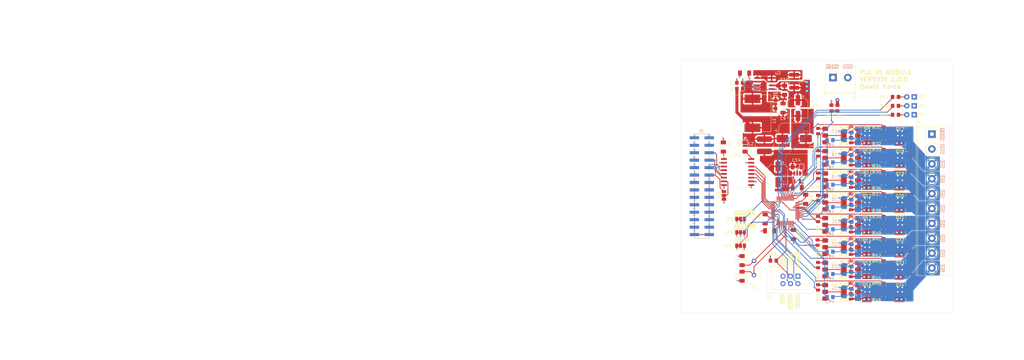
<source format=kicad_pcb>
(kicad_pcb (version 20240108) (generator "pcbnew") (generator_version "8.0")
  (title_block (title "PLC IO Module") (rev "1.0.0") (company "Dawid Kania"))
  (layers (0 "F.Cu" signal) (1 "In1.Cu" power) (2 "In2.Cu" power) (31 "B.Cu" signal) (34 "B.Paste" user) (35 "F.Paste" user) (36 "B.SilkS" user "B.Silkscreen") (37 "F.SilkS" user "F.Silkscreen") (38 "B.Mask" user) (39 "F.Mask" user) (44 "Edge.Cuts" user))
  (net 0 "")
  (net 1 "GND")
  (net 2 "SCK_I")
  (net 3 "CS5_I")
  (net 4 "+5V isolated")
  (net 5 "MOSI_I")
  (net 6 "+3.3V isolated")
  (net 7 "CS4_I")
  (net 8 "CS13_I")
  (net 9 "CS2_I")
  (net 10 "MISO_I")
  (net 11 "SIG1_I")
  (net 12 "SIG3_I")
  (net 13 "CS3_I")
  (net 14 "CS6_I")
  (net 15 "CS7_I")
  (net 16 "CS0_I")
  (net 17 "CS9_I")
  (net 18 "GND isolated")
  (net 19 "CS10_I")
  (net 20 "CS8_I")
  (net 21 "CS1_I")
  (net 22 "CS14_I")
  (net 23 "CS15_I")
  (net 24 "CS11_I")
  (net 25 "CS12_I")
  (net 26 "+3.3V")
  (net 27 "+24V")
  (net 28 "+5V")
  (net 29 "DIQ0")
  (net 30 "DIQ1")
  (net 31 "DIQ5")
  (net 32 "DIQ4")
  (net 33 "DIQ2")
  (net 34 "DIQ3")
  (net 35 "DIQ7")
  (net 36 "DIQ6")
  (net 37 "NRST")
  (net 38 "SWDIO")
  (net 39 "SWCLK")
  (net 40 "SWO")
  (net 41 "DI4_input")
  (net 42 "DQ2_High")
  (net 43 "DI7_input")
  (net 44 "DQ0_Low")
  (net 45 "DQ1_Low")
  (net 46 "DI3_input")
  (net 47 "DQ7_Low")
  (net 48 "DI6_input")
  (net 49 "DQ0_High")
  (net 50 "DQ7_High")
  (net 51 "DI5_input")
  (net 52 "DI0_input")
  (net 53 "DI1_input")
  (net 54 "DQ5_Low")
  (net 55 "DQ5_High")
  (net 56 "LED_ORANGE")
  (net 57 "LED_RED")
  (net 58 "DQ6_High")
  (net 59 "DI2_input")
  (net 60 "DQ2_Low")
  (net 61 "V_SENSE")
  (net 62 "DQ4_Low")
  (net 63 "DQ1_High")
  (net 64 "DQ4_High")
  (net 65 "LED_GREEN")
  (net 66 "DQ6_Low")
  (net 67 "DQ3_Low")
  (net 68 "DQ3_High")
  (net 69 "Net-(U2-TC)")
  (net 70 "SIG2_I")
  (net 71 "SIG0_I")
  (net 73 "Net-(Q1-B)")
  (net 74 "Net-(Q1-C-Pad2)")
  (net 75 "Net-(Q2-C-Pad2)")
  (net 76 "Net-(Q2-B)")
  (net 77 "Net-(Q3-B)")
  (net 78 "Net-(Q3-C-Pad2)")
  (net 79 "Net-(Q4-C-Pad2)")
  (net 80 "Net-(Q4-B)")
  (net 81 "Net-(Q5-C-Pad2)")
  (net 82 "Net-(Q5-B)")
  (net 83 "Net-(Q6-C-Pad2)")
  (net 84 "Net-(Q6-B)")
  (net 85 "Net-(Q7-B)")
  (net 86 "Net-(Q7-C-Pad2)")
  (net 87 "Net-(Q8-C-Pad2)")
  (net 88 "Net-(Q8-B)")
  (net 89 "Net-(Q9-B)")
  (net 90 "Net-(Q10-B)")
  (net 91 "Net-(Q11-B)")
  (net 92 "Net-(Q12-B)")
  (net 93 "Net-(Q13-B)")
  (net 94 "Net-(Q14-B)")
  (net 95 "Net-(Q15-B)")
  (net 96 "Net-(Q16-B)")
  (net 97 "Net-(Q17-B)")
  (net 98 "Net-(Q18-B)")
  (net 99 "Net-(Q19-B)")
  (net 100 "Net-(Q20-B)")
  (net 101 "Net-(Q21-B)")
  (net 102 "Net-(Q22-B)")
  (net 103 "Net-(Q23-B)")
  (net 104 "Net-(Q24-B)")
  (net 105 "Net-(U2-DC)")
  (net 107 "CONFIG_0")
  (net 108 "CONFIG_1")
  (net 109 "Net-(U3-PF0)")
  (net 110 "Net-(U3-PF1)")
  (net 111 "Net-(C11-Pad1)")
  (net 112 "Net-(C17-Pad1)")
  (net 113 "Net-(C18-Pad1)")
  (net 114 "SPI_SCK")
  (net 115 "SPI_MOSI")
  (net 116 "SPI_MISO")
  (net 117 "SPI_CS0")
  (net 118 "Net-(C19-Pad1)")
  (net 119 "Net-(C20-Pad1)")
  (net 120 "Net-(C21-Pad1)")
  (net 121 "Net-(C22-Pad1)")
  (net 122 "Net-(C23-Pad1)")
  (net 123 "Net-(C24-Pad1)")
  (net 124 "Net-(D1-K)")
  (net 125 "Net-(D2-A)")
  (net 126 "Net-(D3-A)")
  (net 127 "Net-(D4-A)")
  (net 128 "Net-(JP4-C)")
  (net 129 "Net-(U2-Vfb)")
  (net 130 "Net-(JP1-C)")
  (net 132 "SIG4_I")
  (footprint "Capacitor_SMD:C_1206_3216Metric_Pad1.33x1.80mm_HandSolder" (layer "F.Cu") (at 141.5796 103.5304 -90)
    (property "Reference" "C16")
    (property "Value" "100nF")
  )
  (footprint "Capacitor_SMD:C_1206_3216Metric_Pad1.33x1.80mm_HandSolder" (layer "F.Cu") (at 138.684 99.568 180)
    (property "Reference" "C15")
    (property "Value" "10nF 25V")
  )
  (footprint "Package_SO:SOIC-16W_7.5x10.3mm_P1.27mm" (layer "F.Cu") (at 118.364 94.234)
    (property "Reference" "U1")
    (property "Value" "ISO6741")
  )
  (footprint "Package_TO_SOT_SMD:SOT-223-3_TabPin2" (layer "F.Cu") (at 162.56 97.028)
    (property "Reference" "Q11")
    (property "Value" "BCP5116TA")
  )
  (footprint "Package_TO_SOT_SMD:SOT-223-3_TabPin2" (layer "F.Cu") (at 151.384 81.7505)
    (property "Reference" "Q1")
    (property "Value" "BCP5516T")
  )
  (footprint "Resistor_SMD:R_0805_2012Metric" (layer "F.Cu") (at 156.972 113.792 90)
    (property "Reference" "R24")
    (property "Value" "100k")
  )
  (footprint "Package_TO_SOT_SMD:SOT-223-3_TabPin2" (layer "F.Cu") (at 173.736 112.268)
    (property "Reference" "Q21")
    (property "Value" "BCP5516T")
  )
  (footprint "Capacitor_SMD:C_1206_3216Metric_Pad1.33x1.80mm_HandSolder" (layer "F.Cu") (at 120.7516 60.452 180)
    (property "Reference" "C4")
    (property "Value" "470pF")
  )
  (footprint "Resistor_SMD:R_0805_2012Metric" (layer "F.Cu") (at 156.972 133.096 90)
    (property "Reference" "R29")
    (property "Value" "5k")
  )
  (footprint "Resistor_SMD:R_0805_2012Metric" (layer "F.Cu") (at 156.972 129.032 90)
    (property "Reference" "R28")
    (property "Value" "100k")
  )
  (footprint "Jumper:SolderJumper-3_P1.3mm_Bridged12_Pad1.0x1.5mm" (layer "F.Cu") (at 119.38 119.38)
    (property "Reference" "JP4")
    (property "Value" "SolderJumper_3_Bridged12")
  )
  (footprint "Connector_PinHeader_2.54mm:PinHeader_2x14_P2.54mm_Vertical_SMD" (layer "F.Cu") (at 106.172 99.06)
    (property "Reference" "J1")
    (property "Value" "Conn_02x14_Odd_Even")
  )
  (footprint "Capacitor_SMD:C_1206_3216Metric_Pad1.33x1.80mm_HandSolder" (layer "F.Cu") (at 127.762 110.236 90)
    (property "Reference" "C6")
    (property "Value" "100nF")
  )
  (footprint "Resistor_SMD:R_0805_2012Metric_Pad1.20x1.40mm_HandSolder" (layer "F.Cu") (at 130.556 124.46)
    (property "Reference" "R3")
    (property "Value" "10k")
  )
  (footprint "Resistor_SMD:R_0805_2012Metric_Pad1.20x1.40mm_HandSolder" (layer "F.Cu") (at 150.368 72.39 90)
    (property "Reference" "R13")
    (property "Value" "10k")
  )
  (footprint "Package_TO_SOT_SMD:SOT-223-3_TabPin2" (layer "F.Cu") (at 151.384 127.508)
    (property "Reference" "Q7")
    (property "Value" "BCP5516T")
  )
  (footprint "MountingHole:MountingHole_4.3mm_M4" (layer "F.Cu") (at 106.172 62.484)
    (property "Reference" "H1" (hide yes))
    (property "Value" "MountingHole")
  )
  (footprint "Connector_IDC:IDC-Header_2x03_P2.54mm_Vertical" (layer "F.Cu") (at 138.938 129.794 -90)
    (property "Reference" "J2")
    (property "Value" "Conn_02x03_Odd_Even")
  )
  (footprint "Package_TO_SOT_SMD:SOT-223-3_TabPin2" (layer "F.Cu") (at 173.736 89.408)
    (property "Reference" "Q18")
    (property "Value" "BCP5516T")
  )
  (footprint "Package_TO_SOT_SMD:SOT-223-3_TabPin2" (layer "F.Cu") (at 151.384 135.128)
    (property "Reference" "Q8")
    (property "Value" "BCP5516T")
  )
  (footprint "Resistor_SMD:R_0805_2012Metric_Pad1.20x1.40mm_HandSolder" (layer "F.Cu") (at 172.212 71.628)
    (property "Reference" "R48")
    (property "Value" "300R")
  )
  (footprint "Package_TO_SOT_SMD:SOT-223-3_TabPin2" (layer "F.Cu") (at 162.56 119.888)
    (property "Reference" "Q14")
    (property "Value" "BCP5116TA")
  )
  (footprint "Resistor_SMD:R_0805_2012Metric" (layer "F.Cu") (at 145.796 103.0865 90)
    (property "Reference" "R8")
    (property "Value" "500R")
  )
  (footprint "Resistor_SMD:R_0805_2012Metric" (layer "F.Cu") (at 145.796 87.884 90)
    (property "Reference" "R6")
    (property "Value" "500R")
  )
  (footprint "Capacitor_SMD:CP_Elec_10x10" (layer "F.Cu") (at 137.668 82.804)
    (property "Reference" "C11")
    (property "Value" "470uF 16V")
  )
  (footprint "Resistor_SMD:R_0805_2012Metric" (layer "F.Cu") (at 168.148 87.376 -90)
    (property "Reference" "R33")
    (property "Value" "500R")
  )
  (footprint "Resistor_SMD:R_0805_2012Metric" (layer "F.Cu") (at 168.1855 79.756 -90)
    (property "Reference" "R31")
    (property "Value" "500R")
  )
  (footprint "MountingHole:MountingHole_4.3mm_M4" (layer "F.Cu") (at 184.404 62.484)
    (property "Reference" "H3" (hide yes))
    (property "Value" "MountingHole")
  )
  (footprint "Resistor_SMD:R_0805_2012Metric_Pad1.20x1.40mm_HandSolder" (layer "F.Cu") (at 119.126 63.754 180)
    (property "Reference" "R1")
    (property "Value" "1.2k")
  )
  (footprint "TerminalBlock_MetzConnect:TerminalBlock_MetzConnect_Type073_RT02602HBLU_1x02_P5.08mm_Horizontal" (layer "F.Cu") (at 150.871 61.976)
    (property "Reference" "J3")
    (property "Value" "Screw_Terminal_01x02")
  )
  (footprint "LED_THT:LED_Rectangular_W5.0mm_H2.0mm" (layer "F.Cu") (at 178.567 68.58 180)
    (property "Reference" "D2")
    (property "Value" "LED_GREEN")
  )
  (footprint "Resistor_SMD:R_0805_2012Metric" (layer "F.Cu") (at 156.972 117.856 90)
    (property "Reference" "R25")
    (property "Value" "5k")
  )
  (footprint "Package_QFP:LQFP-48_7x7mm_P0.5mm" (layer "F.Cu") (at 134.62 107.442 90)
    (property "Reference" "U3")
    (property "Value" "STM32F030C6Tx")
  )
  (footprint "Resistor_SMD:R_0805_2012Metric" (layer "F.Cu") (at 168.148 136.652 90)
    (property "Reference" "R46")
    (property "Value" "100k")
  )
  (footprint "Resistor_SMD:R_0805_2012Metric" (layer "F.Cu") (at 156.972 121.4495 90)
    (property "Reference" "R26")
    (property "Value" "100k")
  )
  (footprint "Resistor_SMD:R_0805_2012Metric_Pad1.20x1.40mm_HandSolder" (layer "F.Cu") (at 152.4 72.39 -90)
    (property "Reference" "R14")
    (property "Value" "62k")
  )
  (footprint "Resistor_SMD:R_0805_2012Metric" (layer "F.Cu") (at 168.148 102.5785 -90)
    (property "Reference" "R37")
    (property "Value" "500R")
  )
  (footprint "Package_SO:SOIC-8_3.9x4.9mm_P1.27mm" (layer "F.Cu") (at 127.508 64.008)
    (property "Reference" "U2")
    (property "Value" "MC34063AD")
  )
  (footprint "Package_TO_SOT_SMD:SOT-223-3_TabPin2" (layer "F.Cu") (at 151.384 89.408)
    (property "Reference" "Q2")
    (property "Value" "BCP5516T")
  )
  (footprint "Capacitor_SMD:CP_Elec_6.3x7.7" (layer "F.Cu") (at 138.938 72.39 -90)
    (property "Reference" "C13")
    (property "Value" "100uF 25V")
  )
  (footprint "Capacitor_SMD:C_1206_3216Metric_Pad1.33x1.80mm_HandSolder" (layer "F.Cu") (at 133.858 72.39 90)
    (property "Reference" "C9")
    (property "Value" "10nF 25V")
  )
  (footprint "Resistor_SMD:R_0805_2012Metric" (layer "F.Cu") (at 168.148 110.236 -90)
    (property "Reference" "R39")
    (property "Value" "500R")
  )
  (footprint "Package_TO_SOT_SMD:SOT-223-3_TabPin2" (layer "F.Cu") (at 151.384 104.648)
    (property "Reference" "Q4")
    (property "Value" "BCP5516T")
  )
  (footprint "LED_THT:LED_Rectangular_W5.0mm_H2.0mm" (layer "F.Cu") (at 178.567 74.676 180)
    (property "Reference" "D4")
    (property "Value" "LED_RED")
  )
  (footprint "Jumper:SolderJumper-3_P1.3mm_Bridged12_Pad1.0x1.5mm" (layer "F.Cu") (at 119.38 110.236)
    (property "Reference" "JP2")
    (property "Value" "SolderJumper_3_Bridged12")
  )
  (footprint "Package_TO_SOT_SMD:SOT-223-3_TabPin2" (layer "F.Cu") (at 173.736 104.648)
    (property "Reference" "Q20")
    (property "Value" "BCP5516T")
  )
  (footprint "Capacitor_SMD:C_1206_3216Metric_Pad1.33x1.80mm_HandSolder" (layer "F.Cu") (at 138.684 92.456)
    (property "Reference" "C14")
    (property "Value" "10nF 25V")
  )
  (footprint "Resistor_SMD:R_0805_2012Metric" (layer "F.Cu") (at 168.148 113.792 90)
    (property "Reference" "R40")
    (property "Value" "100k")
  )
  (footprint "Package_TO_SOT_SMD:SOT-23-5_HandSoldering" (layer "F.Cu") (at 138.684 96.012 -90)
    (property "Reference" "U4")
    (property "Value" "TLV73333PDBV")
  )
  (footprint "MountingHole:MountingHole_4.3mm_M4" (layer "F.Cu") (at 184.404 134.62)
    (property "Reference" "H4" (hide yes))
    (property "Value" "MountingHole")
  )
  (footprint "Capacitor_SMD:C_1206_3216Metric_Pad1.33x1.80mm_HandSolder" (layer "F.Cu") (at 120.904 85.6742 90)
    (property "Reference" "C5")
    (property "Value" "100nF")
  )
  (footprint "Resistor_SMD:R_0805_2012Metric_Pad1.20x1.40mm_HandSolder" (layer "F.Cu") (at 119.126 65.786)
    (property "Reference" "R2")
    (property "Value" "3.6k")
  )
  (footprint "Capacitor_SMD:C_1206_3216Metric_Pad1.33x1.80mm_HandSolder" (layer "F.Cu") (at 113.5126 85.6742 90)
    (property "Reference" "C1")
    (property "Value" "100nF")
  )
  (footprint "Package_TO_SOT_SMD:SOT-223-3_TabPin2" (layer "F.Cu") (at 162.56 89.408)
    (property "Reference" "Q10")
    (property "Value" "BCP5116TA")
  )
  (footprint "Resistor_SMD:R_0805_2012Metric" (layer "F.Cu") (at 156.972 136.652 90)
    (property "Reference" "R30")
    (property "Value" "100k")
  )
  (footprint "Package_TO_SOT_SMD:SOT-223-3_TabPin2" (layer "F.Cu") (at 162.56 135.128)
    (property "Reference" "Q16")
    (property "Value" "BCP5116TA")
  )
  (footprint "Package_TO_SOT_SMD:SOT-223-3_TabPin2" (layer "F.Cu") (at 173.736 97.028)
    (property "Reference" "Q19")
    (property "Value" "BCP5516T")
  )
  (footprint "Inductor_SMD:L_12x12mm_H6mm" (layer "F.Cu") (at 123.444 74.168 -90)
    (property "Reference" "L1")
    (property "Value" "220uH")
  )
  (footprint "Resistor_SMD:R_0805_2012Metric" (layer "F.Cu") (at 145.796 95.504 90)
    (property "Reference" "R7")
    (property "Value" "500R")
  )
  (footprint "Package_TO_SOT_SMD:SOT-223-3_TabPin2" (layer "F.Cu") (at 173.736 81.788)
    (property "Reference" "Q17")
    (property "Value" "BCP5516T")
  )
  (footprint "Resistor_SMD:R_0805_2012Metric" (layer "F.Cu") (at 145.796 133.604 90)
    (property "Reference" "R12")
    (property "Value" "500R")
  )
  (footprint "Resistor_SMD:R_0805_2012Metric_Pad1.20x1.40mm_HandSolder" (layer "F.Cu") (at 172.212 68.58)
    (property "Reference" "R47")
    (property "Value" "300R")
  )
  (footprint "Resistor_SMD:R_0805_2012Metric" (layer "F.Cu") (at 156.972 125.476 90)
    (property "Reference" "R27")
    (property "Value" "5k")
  )
  (footprint "Resistor_SMD:R_0805_2012Metric" (layer "F.Cu") (at 168.148 121.4495 90)
    (property "Reference" "R42")
    (property "Value" "100k")
  )
  (footprint "Resistor_SMD:R_1812_4532Metric_Pad1.30x3.40mm_HandSolder" (layer "F.Cu") (at 137.668 63.246 90)
    (property "Reference" "R4")
    (property "Value" "0.33R")
  )
  (footprint "MountingHole:MountingHole_4.3mm_M4" (layer "F.Cu") (at 106.172 134.62)
    (property "Reference" "H2" (hide yes))
    (property "Value" "MountingHole")
  )
  (footprint "Capacitor_SMD:CP_Elec_6.3x7.7" (layer "F.Cu") (at 132.08 94.996 -90)
    (property "Reference" "C8")
    (property "Value" "100uF 16V")
  )
  (footprint "Resistor_SMD:R_0805_2012Metric" (layer "F.Cu") (at 145.62 118.298 90)
    (property "Reference" "R10")
    (property "Value" "500R")
  )
  (footprint "Resistor_SMD:R_0805_2012Metric" (layer "F.Cu") (at 168.148 117.856 -90)
    (property "Reference" "R41")
    (property "Value" "500R")
  )
  (footprint "Resistor_SMD:R_0805_2012Metric" (layer "F.Cu") (at 145.796 125.984 90)
    (property "Reference" "R11")
    (property "Value" "500R")
  )
  (footprint "Diode_SMD:Nexperia_CFP3_SOD-123W" (layer "F.Cu") (at 131.318 71.12 90)
    (property "Reference" "D1")
    (property "Value" "1N5819")
  )
  (footprint "Resistor_SMD:R_0805_2012Metric" (layer "F.Cu") (at 156.972 102.5785 90)
    (property "Reference" "R21")
    (property "Value" "5k")
  )
  (footprint "Jumper:SolderJumper-3_P1.3mm_Bridged12_Pad1.0x1.5mm" (layer "F.Cu") (at 119.38 114.808)
    (property "Reference" "JP3")
    (property "Value" "SolderJumper_3_Bridged12")
  )
  (footprint "Capacitor_SMD:C_1206_3216Metric_Pad1.33x1.80mm_HandSolder" (layer "F.Cu") (at 137.414 115.57 -90)
    (property "Reference" "C12")
    (property "Value" "100nF")
  )
  (footprint "Resistor_SMD:R_0805_2012Metric" (layer "F.Cu") (at 168.148 98.552 90)
    (property "Reference" "R36")
    (property "Value" "100k")
  )
  (footprint "Package_TO_SOT_SMD:SOT-223-3_TabPin2" (layer "F.Cu") (at 151.384 97.028)
    (property "Reference" "Q3")
    (property "Value" "BCP5516T")
  )
  (footprint "Resistor_SMD:R_0805_2012Metric" (layer "F.Cu") (at 168.148 129.032 90)
    (property "Reference" "R44")
    (property "Value" "100k")
  )
  (footprint "Capacitor_SMD:C_1206_3216Metric_Pad1.33x1.80mm_HandSolder" (layer "F.Cu") (at 119.888 129.794 -90)
    (property "Reference" "C3")
    (property "Value" "100nF")
  )
  (footprint "Crystal:Crystal_HC18-U_Vertical" (layer "F.Cu") (at 123.952 124.55 -90)
    (property "Reference" "Y1")
    (property "Value" "8MHz")
  )
  (footprint "Resistor_SMD:R_0805_2012Metric" (layer "F.Cu") (at 168.148 125.4385 -90)
    (property "Reference" "R43")
    (property "Value" "500R")
  )
  (footprint "Jumper:SolderJumper-3_P1.3mm_Bridged12_Pad1.0x1.5mm" (layer "F.Cu") (at 113.7158 102.1842 90)
    (property "Reference" "JP1")
    (property "Value" "SolderJumper_3_Bridged12")
  )
  (footprint "Resistor_SMD:R_0805_2012Metric" (layer "F.Cu") (at 157.0095 98.552 90)
    (property "Reference" "R20")
    (property "Value" "100k")
  )
  (footprint "Package_TO_SOT_SMD:SOT-223-3_TabPin2" (layer "F.Cu") (at 162.56 81.788)
    (property "Reference" "Q9")
    (property "Value" "BCP5116TA")
  )
  (footprint "TerminalBlock_Phoenix:TerminalBlock_Phoenix_MKDS-3-10-5.08_1x10_P5.08mm_Horizontal" (layer "F.Cu") (at 184.612 81.28 -90)
    (property "Reference" "J4")
    (property "Value" "Screw_Terminal_01x10")
  )
  (footprint "Resistor_SMD:R_0805_2012Metric" (layer "F.Cu") (at 145.796 110.236 90)
    (property "Reference" "R9")
    (property "Value" "500R")
  )
  (footprint "Resistor_SMD:R_0805_2012Metric" (layer "F.Cu") (at 168.132 90.932 90)
    (property "Reference" "R34")
    (property "Value" "100k")
  )
  (footprint "Resistor_SMD:R_0805_2012Metric" (layer "F.Cu") (at 145.8335 80.2265 90)
    (property "Reference" "R5")
    (property "Value" "500R")
  )
  (footprint "Capacitor_SMD:C_1206_3216Metric_Pad1.33x1.80mm_HandSolder" (layer "F.Cu") (at 129.286 114.3 180)
    (property "Reference" "C7")
    (property "Value" "100nF")
  )
  (footprint "Package_TO_SOT_SMD:SOT-223-3_TabPin2" (layer "F.Cu") (at 151.384 119.888)
    (property "Reference" "Q6")
    (property "Value" "BCP5516T")
  )
  (footprint "Resistor_SMD:R_0805_2012Metric" (layer "F.Cu") (at 156.972 87.376 90)
    (property "Reference" "R17")
    (property "Value" "5k")
  )
  (footprint "LED_THT:LED_Rectangular_W5.0mm_H2.0mm" (layer "F.Cu") (at 178.567 71.628 180)
    (property "Reference" "D3")
    (property "Value" "LED_Orange")
  )
  (footprint "Resistor_SMD:R_0805_2012Metric" (layer "F.Cu") (at 156.972 90.932 90)
    (property "Reference" "R18")
    (property "Value" "100k")
  )
  (footprint "Resistor_SMD:R_0805_2012Metric" (layer "F.Cu") (at 157.0095 83.312 90)
    (property "Reference" "R16")
    (property "Value" "100k")
  )
  (footprint "Resistor_SMD:R_0805_2012Metric" (layer "F.Cu") (at 156.972 110.236 90)
    (property "Reference" "R23")
    (property "Value" "5k")
  )
  (footprint "Inductor_SMD:L_TDK_VLS6045EX_VLS6045AF" (layer "F.Cu") (at 127.508 85.09 -90)
    (property "Reference" "L2")
    (property "Value" "1.0uH")
  )
  (footprint "Package_TO_SOT_SMD:SOT-223-3_TabPin2" (layer "F.Cu") (at 162.56 112.268)
    (property "Reference" "Q13")
    (property "Value" "BCP5116TA")
  )
  (footprint "Resistor_SMD:R_0805_2012Metric" (layer "F.Cu") (at 168.1855 83.312 90)
    (property "Reference" "R32")
    (property "Value" "100k")
  )
  (footprint "Resistor_SMD:R_0805_2012Metric" (layer "F.Cu") (at 168.148 94.996 -90)
    (property "Reference" "R35")
    (property "Value" "500R")
  )
  (footprint "Capacitor_SMD:C_1206_3216Metric_Pad1.33x1.80mm_HandSolder" (layer "F.Cu") (at 134.366 66.294 -90)
    (property "Reference" "C10")
    (property "Value" "10nF 25V")
  )
  (footprint "Package_TO_SOT_SMD:SOT-223-3_TabPin2" (layer "F.Cu") (at 173.736 119.888)
    (property "Reference" "Q22")
    (property "Value" "BCP5516T")
  )
  (footprint "Package_TO_SOT_SMD:SOT-223-3_TabPin2" (layer "F.Cu") (at 162.56 127.508)
    (property "Reference" "Q15")
    (property "Value" "BCP5116TA")
  )
  (footprint "Resistor_SMD:R_0805_2012Metric" (layer "F.Cu") (at 156.972 94.996 90)
    (property "Reference" "R19")
    (property "Value" "5k")
  )
  (footprint "Package_TO_SOT_SMD:SOT-223-3_TabPin2" (layer "F.Cu") (at 173.7735 127.508)
    (property "Reference" "Q23")
    (property "Value" "BCP5516T")
  )
  (footprint "Package_TO_SOT_SMD:SOT-223-3_TabPin2" (layer "F.Cu") (at 151.384 112.268)
    (property "Reference" "Q5")
    (property "Value" "BCP5516T")
  )
  (footprint "Resistor_SMD:R_0805_2012Metric" (layer "F.Cu") (at 168.148 133.096 -90)
    (property "Reference" "R45")
    (property "Value" "500R")
  )
  (footprint "Capacitor_SMD:C_1206_3216Metric_Pad1.33x1.80mm_HandSolder" (layer "F.Cu") (at 119.888 124.46 90)
    (property "Reference" "C2")
    (property "Value" "100nF")
  )
  (footprint "Package_TO_SOT_SMD:SOT-223-3_TabPin2" (layer "F.Cu") (at 162.56 104.648)
    (property "Reference" "Q12")
    (property "Value" "BCP5116TA")
  )
  (footprint "Package_TO_SOT_SMD:SOT-223-3_TabPin2" (layer "F.Cu") (at 173.736 135.128)
    (property "Reference" "Q24")
    (property "Value" "BCP5516T")
  )
  (footprint "Resistor_SMD:R_0805_2012Metric_Pad1.20x1.40mm_HandSolder" (layer "F.Cu") (at 172.212 74.676)
    (property "Reference" "R49")
    (property "Value" "300R")
  )
  (footprint "Resistor_SMD:R_0805_2012Metric" (layer "F.Cu") (at 168.148 106.172 90)
    (property "Reference" "R38")
    (property "Value" "100k")
  )
  (footprint "Resistor_SMD:R_0805_2012Metric" (layer "F.Cu") (at 157.0095 79.7185 90)
    (property "Reference" "R15")
    (property "Value" "5k")
  )
  (footprint "Resistor_SMD:R_0805_2012Metric" (layer "F.Cu") (at 156.972 106.172 90)
    (property "Reference" "R22")
    (property "Value" "100k")
  )
  (footprint "Capacitor_SMD:C_1206_3216Metric_Pad1.33x1.80mm_HandSolder" (layer "B.Cu") (at 154.686 97.028 90)
    (property "Reference" "C19")
    (property "Value" "1uF")
  )
  (footprint "Resistor_SMD:R_0805_2012Metric_Pad1.20x1.40mm_HandSolder" (layer "B.Cu") (at 159.766 104.6865 -90)
    (property "Reference" "R53")
    (property "Value" "62k")
  )
  (footprint "Capacitor_SMD:C_1206_3216Metric_Pad1.33x1.80mm_HandSolder" (layer "B.Cu") (at 154.686 89.408 90)
    (property "Reference" "C18")
    (property "Value" "1uF")
  )
  (footprint "Capacitor_SMD:C_1206_3216Metric_Pad1.33x1.80mm_HandSolder" (layer "B.Cu") (at 154.686 135.128 90)
    (property "Reference" "C24")
    (property "Value" "1uF")
  )
  (footprint "Resistor_SMD:R_0805_2012Metric_Pad1.20x1.40mm_HandSolder" (layer "B.Cu") (at 149.86 83.312)
    (property "Reference" "R66")
    (property "Value" "10k")
  )
  (footprint "Resistor_SMD:R_0805_2012Metric_Pad1.20x1.40mm_HandSolder" (layer "B.Cu") (at 149.86 90.932)
    (property "Reference" "R67")
    (property "Value" "10k")
  )
  (footprint "Resistor_SMD:R_0805_2012Metric_Pad1.20x1.40mm_HandSolder" (layer "B.Cu") (at 157.226 112.3065 90)
    (property "Reference" "R62")
    (property "Value" "10k")
  )
  (footprint "Connector_PinHeader_2.54mm:PinHeader_2x14_P2.54mm_Vertical_SMD" (layer "B.Cu") (at 106.172 99.06 180)
    (property "Reference" "J5")
    (property "Value" "Conn_02x14_Odd_Even")
  )
  (footprint "Resistor_SMD:R_0805_2012Metric_Pad1.20x1.40mm_HandSolder" (layer "B.Cu") (at 149.86 136.906)
    (property "Reference" "R73")
    (property "Value" "10k")
  )
  (footprint "Resistor_SMD:R_0805_2012Metric_Pad1.20x1.40mm_HandSolder" (layer "B.Cu") (at 159.766 89.4465 -90)
    (property "Reference" "R51")
    (property "Value" "62k")
  )
  (footprint "Capacitor_SMD:C_1206_3216Metric_Pad1.33x1.80mm_HandSolder" (layer "B.Cu") (at 154.686 112.268 90)
    (property "Reference" "C21")
    (property "Value" "1uF")
  )
  (footprint "Resistor_SMD:R_0805_2012Metric_Pad1.20x1.40mm_HandSolder" (layer "B.Cu") (at 157.226 97.0665 90)
    (property "Reference" "R60")
    (property "Value" "10k")
  )
  (footprint "Resistor_SMD:R_0805_2012Metric_Pad1.20x1.40mm_HandSolder" (layer "B.Cu") (at 149.86 129.032)
    (property "Reference" "R72")
    (property "Value" "10k")
  )
  (footprint "Capacitor_SMD:C_1206_3216Metric_Pad1.33x1.80mm_HandSolder" (layer "B.Cu") (at 154.686 119.888 90)
    (property "Reference" "C22")
    (property "Value" "1uF")
  )
  (footprint "Resistor_SMD:R_0805_2012Metric_Pad1.20x1.40mm_HandSolder" (layer "B.Cu") (at 159.512 81.788 -90)
    (property "Reference" "R50")
    (property "Value" "62k")
  )
  (footprint "Resistor_SMD:R_0805_2012Metric_Pad1.20x1.40mm_HandSolder" (layer "B.Cu") (at 159.766 97.0665 -90)
    (property "Reference" "R52")
    (property "Value" "62k")
  )
  (footprint "Resistor_SMD:R_0805_2012Metric_Pad1.20x1.40mm_HandSolder" (layer "B.Cu") (at 159.766 112.3065 -90)
    (property "Reference" "R54")
    (property "Value" "62k")
  )
  (footprint "Resistor_SMD:R_0805_2012Metric_Pad1.20x1.40mm_HandSolder" (layer "B.Cu") (at 159.766 119.9265 -90)
    (property "Reference" "R55")
    (property "Value" "62k")
  )
  (footprint "Resistor_SMD:R_0805_2012Metric_Pad1.20x1.40mm_HandSolder" (layer "B.Cu") (at 149.86 98.552)
    (property "Reference" "R68")
    (property "Value" "10k")
  )
  (footprint "Resistor_SMD:R_0805_2012Metric_Pad1.20x1.40mm_HandSolder" (layer "B.Cu") (at 157.226 119.9265 90)
    (property "Reference" "R63")
    (property "Value" "10k")
  )
  (footprint "Capacitor_SMD:C_1206_3216Metric_Pad1.33x1.80mm_HandSolder" (layer "B.Cu") (at 154.686 127.508 90)
    (property "Reference" "C23")
    (property "Value" "1uF")
  )
  (footprint "Resistor_SMD:R_0805_2012Metric_Pad1.20x1.40mm_HandSolder" (layer "B.Cu") (at 157.226 127.5465 90)
    (property "Reference" "R64")
    (property "Value" "10k")
  )
  (footprint "Resistor_SMD:R_0805_2012Metric_Pad1.20x1.40mm_HandSolder" (layer "B.Cu") (at 149.86 113.792)
    (property "Reference" "R70")
    (property "Value" "10k")
  )
  (footprint "Resistor_SMD:R_0805_2012Metric_Pad1.20x1.40mm_HandSolder" (layer "B.Cu") (at 159.766 135.1665 -90)
    (property "Reference" "R57")
    (property "Value" "62k")
  )
  (footprint "Resistor_SMD:R_0805_2012Metric_Pad1.20x1.40mm_HandSolder" (layer "B.Cu") (at 149.86 106.172)
    (property "Reference" "R69")
    (property "Value" "10k")
  )
  (footprint "Resistor_SMD:R_0805_2012Metric_Pad1.20x1.40mm_HandSolder" (layer "B.Cu") (at 157.226 81.788 90)
    (property "Reference" "R58")
    (property "Value" "10k")
  )
  (footprint "Resistor_SMD:R_0805_2012Metric_Pad1.20x1.40mm_HandSolder" (layer "B.Cu") (at 157.226 135.1665 90)
    (property "Reference" "R65")
    (property "Value" "10k")
  )
  (footprint "Resistor_SMD:R_0805_2012Metric_Pad1.20x1.40mm_HandSolder" (layer "B.Cu") (at 157.226 89.4465 90)
    (property "Reference" "R59")
    (property "Value" "10k")
  )
  (footprint "Resistor_SMD:R_0805_2012Metric_Pad1.20x1.40mm_HandSolder" (layer "B.Cu") (at 159.766 127.5465 -90)
    (property "Reference" "R56")
    (property "Value" "62k")
  )
  (footprint "Resistor_SMD:R_0805_2012Metric_Pad1.20x1.40mm_HandSolder" (layer "B.Cu") (at 157.226 104.6865 90)
    (property "Reference" "R61")
    (property "Value" "10k")
  )
  (footprint "Resistor_SMD:R_0805_2012Metric_Pad1.20x1.40mm_HandSolder" (layer "B.Cu") (at 149.86 121.412)
    (property "Reference" "R71")
    (property "Value" "10k")
  )
  (footprint "Capacitor_SMD:C_1206_3216Metric_Pad1.33x1.80mm_HandSolder" (layer "B.Cu") (at 154.686 81.788 90)
    (property "Reference" "C17")
    (property "Value" "1uF")
  )
  (footprint "Capacitor_SMD:C_1206_3216Metric_Pad1.33x1.80mm_HandSolder" (layer "B.Cu") (at 154.686 104.648 90)
    (property "Reference" "C20")
    (property "Value" "1uF")
  )
  (gr_rect (start 99.06 55.88) (end 191.516 142.24) (stroke (width 0.05)) (fill none) (layer "Edge.Cuts"))
  (gr_text "IQ4" (at 188.214 111.76 90) (layer "B.SilkS" knockout) (effects (font (size 1 1) (thickness 0.25) (bold yes)) (justify mirror)))
  (gr_text "+24V" (at 150.622 58.166 180) (layer "B.SilkS" knockout) (effects (font (size 1 1) (thickness 0.25) (bold yes)) (justify mirror)))
  (gr_text "IQ1" (at 188.214 96.52 90) (layer "B.SilkS" knockout) (effects (font (size 1 1) (thickness 0.25) (bold yes)) (justify mirror)))
  (gr_text "GND" (at 188.214 86.36 90) (layer "B.SilkS" knockout) (effects (font (size 1 1) (thickness 0.25) (bold yes)) (justify mirror)))
  (gr_text "IQ7" (at 188.214 127 90) (layer "B.SilkS" knockout) (effects (font (size 1 1) (thickness 0.25) (bold yes)) (justify mirror)))
  (gr_text "IQ0" (at 188.214 91.44 90) (layer "B.SilkS" knockout) (effects (font (size 1 1) (thickness 0.25) (bold yes)) (justify mirror)))
  (gr_text "IQ3" (at 188.214 106.68 90) (layer "B.SilkS" knockout) (effects (font (size 1 1) (thickness 0.25) (bold yes)) (justify mirror)))
  (gr_text "IQ2" (at 188.214 101.6 90) (layer "B.SilkS" knockout) (effects (font (size 1 1) (thickness 0.25) (bold yes)) (justify mirror)))
  (gr_text "IQ5" (at 188.214 116.84 90) (layer "B.SilkS" knockout) (effects (font (size 1 1) (thickness 0.25) (bold yes)) (justify mirror)))
  (gr_text "+24V" (at 188.214 81.28 90) (layer "B.SilkS" knockout) (effects (font (size 1 1) (thickness 0.25) (bold yes)) (justify mirror)))
  (gr_text "GND" (at 155.956001 58.165999 180) (layer "B.SilkS" knockout) (effects (font (size 1 1) (thickness 0.25) (bold yes)) (justify mirror)))
  (gr_text "IQ6" (at 188.214 121.92 90) (layer "B.SilkS" knockout) (effects (font (size 1 1) (thickness 0.25) (bold yes)) (justify mirror)))
  (gr_text "3.3V" (at 138.938 124.968 90) (layer "F.SilkS" knockout) (effects (font (size 1 1) (thickness 0.25) (bold yes)) (justify left)))
  (gr_text "PLC IO MODULE\nVERSION 1.0.0\nDawid Kania" (at 159.8676 65.913 0) (layer "F.SilkS") (effects (font (size 1.5 1.5) (thickness 0.3) (bold yes)) (justify left bottom)))
  (gr_text "CONFIG_0" (at 117.094 108.712 0) (layer "F.SilkS" knockout) (effects (font (size 1 1) (thickness 0.25) (bold yes)) (justify left bottom)))
  (gr_text "CONFIG_1" (at 117.094 113.284 0) (layer "F.SilkS" knockout) (effects (font (size 1 1) (thickness 0.25) (bold yes)) (justify left bottom)))
  (gr_text "SWCLK" (at 136.398 135.890004 90) (layer "F.SilkS" knockout) (effects (font (size 1 1) (thickness 0.25) (bold yes)) (justify right)))
  (gr_text "GND" (at 133.858 126.238 90) (layer "F.SilkS" knockout) (effects (font (size 1 1) (thickness 0.25) (bold yes)) (justify left)))
  (gr_text "SWDIO" (at 138.938 135.890004 90) (layer "F.SilkS" knockout) (effects (font (size 1 1) (thickness 0.25) (bold yes)) (justify right)))
  (gr_text "BOOT0" (at 117.094 117.856 0) (layer "F.SilkS" knockout) (effects (font (size 1 1) (thickness 0.25) (bold yes)) (justify left bottom)))
  (gr_text "SWO" (at 133.604 135.89 90) (layer "F.SilkS" knockout) (effects (font (size 1 1) (thickness 0.25) (bold yes)) (justify right)))
  (gr_text "NRST" (at 136.398 126.238 90) (layer "F.SilkS" knockout) (effects (font (size 1 1) (thickness 0.25) (bold yes)) (justify left)))
  (segment (start 148.234 84.0505) (end 149.0745 84.0505) (width 0.254) (layer "F.Cu") (net 1))
  (segment (start 135.37 111.6045) (end 135.37 110.310694) (width 0.254) (layer "F.Cu") (net 1))
  (segment (start 129.072003 109.692) (end 129.032 109.651997) (width 0.254) (layer "F.Cu") (net 1))
  (segment (start 139.960182 105.192) (end 140.120695 105.031487) (width 0.254) (layer "F.Cu") (net 1))
  (segment (start 149.112 106.948) (end 149.86 107.696) (width 0.254) (layer "F.Cu") (net 1))
  (segment (start 120.904 84.1117) (end 120.9548 84.0609) (width 0.254) (layer "F.Cu") (net 1))
  (segment (start 118.4025 131.3565) (end 118.364 131.318) (width 0.254) (layer "F.Cu") (net 1))
  (segment (start 148.234 114.568) (end 149.112 114.568) (width 0.254) (layer "F.Cu") (net 1))
  (segment (start 141.518187 105.031487) (end 140.120695 105.031487) (width 0.254) (layer "F.Cu") (net 1))
  (segment (start 127.762 108.6735) (end 128.053503 108.6735) (width 0.254) (layer "F.Cu") (net 1))
  (segment (start 119.1891 61.6843) (end 119.0498 61.8236) (width 0.254) (layer "F.Cu") (net 1))
  (segment (start 149.112 122.188) (end 149.86 122.936) (width 0.254) (layer "F.Cu") (net 1))
  (segment (start 128.053503 108.6735) (end 129.032 109.651997) (width 0.254) (layer "F.Cu") (net 1))
  (segment (start 135.37 110.310694) (end 135.289272 110.229966) (width 0.254) (layer "F.Cu") (net 1))
  (segment (start 149.112 99.328) (end 149.86 100.076) (width 0.254) (layer "F.Cu") (net 1))
  (segment (start 123.014 99.4936) (end 123.0376 99.5172) (width 0.254) (layer "F.Cu") (net 1))
  (segment (start 118.126 63.754) (end 118.126 62.500014) (width 0.254) (layer "F.Cu") (net 1))
  (segment (start 118.126 62.500014) (end 118.109986 62.484) (width 0.254) (layer "F.Cu") (net 1))
  (segment (start 118.08 120.62) (end 118.11 120.65) (width 0.254) (layer "F.Cu") (net 1))
  (segment (start 141.5796 105.0929) (end 141.518187 105.031487) (width 0.254) (layer "F.Cu") (net 1))
  (segment (start 138.7825 105.192) (end 139.960182 105.192) (width 0.254) (layer "F.Cu") (net 1))
  (segment (start 119.1891 60.452) (end 119.1891 61.6843) (width 0.254) (layer "F.Cu") (net 1))
  (segment (start 148.234 91.708) (end 149.112 91.708) (width 0.254) (layer "F.Cu") (net 1))
  (segment (start 148.234 122.188) (end 149.112 122.188) (width 0.254) (layer "F.Cu") (net 1))
  (segment (start 123.014 98.679) (end 123.014 99.4936) (width 0.254) (layer "F.Cu") (net 1))
  (segment (start 127.7235 114.3) (end 126.492 114.3) (width 0.254) (layer "F.Cu") (net 1))
  (segment (start 118.08 114.808) (end 118.08 116.048) (width 0.254) (layer "F.Cu") (net 1))
  (segment (start 138.684 94.662) (end 138.684 93.486908) (width 0.254) (layer "F.Cu") (net 1))
  (segment (start 130.4575 109.692) (end 129.072003 109.692) (width 0.254) (layer "F.Cu") (net 1))
  (segment (start 138.684 93.486908) (end 138.818454 93.352454) (width 0.254) (layer "F.Cu") (net 1))
  (segment (start 149.112 137.428) (end 149.86 138.176) (width 0.254) (layer "F.Cu") (net 1))
  (segment (start 118.08 116.048) (end 118.11 116.078) (width 0.254) (layer "F.Cu") (net 1))
  (segment (start 119.888 131.3565) (end 118.4025 131.3565) (width 0.254) (layer "F.Cu") (net 1))
  (segment (start 150.368 71.39) (end 150.368 69.85) (width 0.254) (layer "F.Cu") (net 1))
  (segment (start 120.9548 84.0609) (end 120.9548 82.6516) (width 0.254) (layer "F.Cu") (net 1))
  (segment (start 118.6565 122.8975) (end 118.618 122.936) (width 0.254) (layer "F.Cu") (net 1))
  (segment (start 148.234 137.428) (end 149.112 137.428) (width 0.254) (layer "F.Cu") (net 1))
  (segment (start 148.234 99.328) (end 149.112 99.328) (width 0.254) (layer "F.Cu") (net 1))
  (segment (start 118.08 119.38) (end 118.08 120.62) (width 0.254) (layer "F.Cu") (net 1))
  (segment (start 119.888 122.8975) (end 118.6565 122.8975) (width 0.254) (layer "F.Cu") (net 1))
  (segment (start 118.08 110.236) (end 118.08 111.475984) (width 0.254) (layer "F.Cu") (net 1))
  (segment (start 149.0745 84.0505) (end 149.86 84.836) (width 0.254) (layer "F.Cu") (net 1))
  (segment (start 148.234 129.808) (end 149.112 129.808) (width 0.254) (layer "F.Cu") (net 1))
  (segment (start 148.234 106.948) (end 149.112 106.948) (width 0.254) (layer "F.Cu") (net 1))
  (segment (start 149.112 114.568) (end 149.86 115.316) (width 0.254) (layer "F.Cu") (net 1))
  (segment (start 137.414 117.1325) (end 137.414 118.618) (width 0.254) (layer "F.Cu") (net 1))
  (segment (start 149.112 129.808) (end 149.86 130.556) (width 0.254) (layer "F.Cu") (net 1))
  (segment (start 123.014 91.059) (end 121.335804 91.059) (width 0.254) (layer "F.Cu") (net 1))
  (segment (start 118.08 111.475984) (end 118.079989 111.475995) (width 0.254) (layer "F.Cu") (net 1))
  (segment (start 149.112 91.708) (end 149.86 92.456) (width 0.254) (layer "F.Cu") (net 1))
  (segment (start 139.714908 92.456) (end 138.818454 93.352454) (width 0.254) (layer "F.Cu") (net 1))
  (segment (start 125.033 65.913) (end 123.698 65.913) (width 0.254) (layer "F.Cu") (net 1))
  (segment (start 140.2465 92.456) (end 139.714908 92.456) (width 0.254) (layer "F.Cu") (net 1))
  (via (at 152.908 95.504) (size 0.508) (drill 0.254) (layers "F.Cu" "B.Cu") (net 1))
  (via (at 131.318 68.072) (size 0.508) (drill 0.254) (layers "F.Cu" "B.Cu") (net 1))
  (via (at 130.556 67.31) (size 0.508) (drill 0.254) (layers "F.Cu" "B.Cu") (net 1))
  (via (at 149.86 122.936) (size 0.508) (drill 0.254) (layers "F.Cu" "B.Cu") (net 1))
  (via (at 149.86 84.836) (size 0.508) (drill 0.254) (layers "F.Cu" "B.Cu") (net 1))
  (via (at 172.72 137.668) (size 1.27) (drill 0.508) (layers "F.Cu" "B.Cu") (net 1))
  (via (at 174.244 107.188) (size 1.27) (drill 0.508) (layers "F.Cu" "B.Cu") (net 1))
  (via (at 152.908 103.124) (size 0.508) (drill 0.254) (layers "F.Cu" "B.Cu") (net 1))
  (via (at 152.908 110.744) (size 0.508) (drill 0.254) (layers "F.Cu" "B.Cu") (net 1))
  (via (at 174.244 137.668) (size 1.27) (drill 0.508) (layers "F.Cu" "B.Cu") (net 1))
  (via (at 132.08 68.072) (size 0.508) (drill 0.254) (layers "F.Cu" "B.Cu") (net 1))
  (via (at 137.414 118.618) (size 0.508) (drill 0.254) (layers "F.Cu" "B.Cu") (net 1))
  (via (at 152.908 125.984) (size 0.508) (drill 0.254) (layers "F.Cu" "B.Cu") (net 1))
  (via (at 129.032 109.651997) (size 0.508) (drill 0.254) (layers "F.Cu" "B.Cu") (net 1))
  (via (at 123.0376 99.5172) (size 0.508) (drill 0.254) (layers "F.Cu" "B.Cu") (net 1))
  (via (at 152.908 133.604) (size 0.508) (drill 0.254) (layers "F.Cu" "B.Cu") (net 1))
  (via (at 123.698 65.913) (size 0.508) (drill 0.254) (layers "F.Cu" "B.Cu") (net 1))
  (via (at 174.244 84.328) (size 1.27) (drill 0.508) (layers "F.Cu" "B.Cu") (net 1))
  (via (at 152.908 80.264) (size 0.508) (drill 0.254) (layers "F.Cu" "B.Cu") (net 1))
  (via (at 174.244 91.948) (size 1.27) (drill 0.508) (layers "F.Cu" "B.Cu") (net 1))
  (via (at 135.4072 98.298) (size 0.508) (drill 0.254) (layers "F.Cu" "B.Cu") (net 1))
  (via (at 152.908 118.364) (size 0.508) (drill 0.254) (layers "F.Cu" "B.Cu") (net 1))
  (via (at 150.368 69.85) (size 0.508) (drill 0.254) (layers "F.Cu" "B.Cu") (net 1))
  (via (at 172.72 107.188) (size 1.27) (drill 0.508) (layers "F.Cu" "B.Cu") (net 1))
  (via (at 141.478 80.264) (size 0.508) (drill 0.254) (layers "F.Cu" "B.Cu") (net 1))
  (via (at 172.72 114.808) (size 1.27) (drill 0.508) (layers "F.Cu" "B.Cu") (net 1))
  (via (at 149.86 115.316) (size 0.508) (drill 0.254) (layers "F.Cu" "B.Cu") (net 1))
  (via (at 149.86 107.696) (size 0.508) (drill 0.254) (layers "F.Cu" "B.Cu") (net 1))
  (via (at 174.244 114.808) (size 1.27) (drill 0.508) (layers "F.Cu" "B.Cu") (net 1))
  (via (at 134.112 97.536) (size 0.508) (drill 0.254) (layers "F.Cu" "B.Cu") (net 1))
  (via (at 132.08 67.31) (size 0.508) (drill 0.254) (layers "F.Cu" "B.Cu") (net 1))
  (via (at 174.244 122.428) (size 1.27) (drill 0.508) (layers "F.Cu" "B.Cu") (net 1))
  (via (at 118.11 120.65) (size 0.508) (drill 0.254) (layers "F.Cu" "B.Cu") (net 1))
  (via (at 172.466 130.048) (size 1.27) (drill 0.508) (layers "F.Cu" "B.Cu") (net 1))
  (via (at 173.99 130.048) (size 1.27) (drill 0.508) (layers "F.Cu" "B.Cu") (net 1))
  (via (at 121.335804 91.059) (size 0.508) (drill 0.254) (layers "F.Cu" "B.Cu") (net 1))
  (via (at 149.86 100.076) (size 0.508) (drill 0.254) (layers "F.Cu" "B.Cu") (net 1))
  (via (at 140.208 74.422) (size 0.508) (drill 0.254) (layers "F.Cu" "B.Cu") (net 1))
  (via (at 140.120695 105.031487) (size 0.508) (drill 0.254) (layers "F.Cu" "B.Cu") (net 1))
  (via (at 172.72 84.328) (size 1.27) (drill 0.508) (layers "F.Cu" "B.Cu") (net 1))
  (via (at 140.208 75.946) (size 0.508) (drill 0.254) (layers "F.Cu" "B.Cu") (net 1))
  (via (at 135.289272 110.229966) (size 0.508) (drill 0.254) (layers "F.Cu" "B.Cu") (net 1))
  (via (at 118.618 122.936) (size 0.508) (drill 0.254) (layers "F.Cu" "B.Cu") (net 1))
  (via (at 118.11 116.078) (size 0.508) (drill 0.254) (layers "F.Cu" "B.Cu") (net 1))
  (via (at 138.818454 93.352454) (size 0.508) (drill 0.254) (layers "F.Cu" "B.Cu") (net 1))
  (via (at 134.112 98.298) (size 0.508) (drill 0.254) (layers "F.Cu" "B.Cu") (net 1))
  (via (at 130.556 68.072) (size 0.508) (drill 0.254) (layers "F.Cu" "B.Cu") (net 1))
  (via (at 172.72 91.948) (size 1.27) (drill 0.508) (layers "F.Cu" "B.Cu") (net 1))
  (via (at 135.4072 97.536) (size 0.508) (drill 0.254) (layers "F.Cu" "B.Cu") (net 1))
  (via (at 131.318 67.31) (size 0.508) (drill 0.254) (layers "F.Cu" "B.Cu") (net 1))
  (via (at 140.208 75.184) (size 0.508) (drill 0.254) (layers "F.Cu" "B.Cu") (net 1))
  (via (at 118.079989 111.475995) (size 0.508) (drill 0.254) (layers "F.Cu" "B.Cu") (net 1))
  (via (at 118.364 131.318) (size 0.508) (drill 0.254) (layers "F.Cu" "B.Cu") (net 1))
  (via (at 172.72 99.568) (size 1.27) (drill 0.508) (layers "F.Cu" "B.Cu") (net 1))
  (via (at 140.716 80.264) (size 0.508) (drill 0.254) (layers "F.Cu" "B.Cu") (net 1))
  (via (at 149.86 130.556) (size 0.508) (drill 0.254) (layers "F.Cu" "B.Cu") (net 1))
  (via (at 149.86 92.456) (size 0.508) (drill 0.254) (layers "F.Cu" "B.Cu") (net 1))
  (via (at 149.86 138.176) (size 0.508) (drill 0.254) (layers "F.Cu" "B.Cu") (net 1))
  (via (at 119.0498 61.8236) (size 0.508) (drill 0.254) (layers "F.Cu" "B.Cu") (net 1))
  (via (at 174.244 99.568) (size 1.27) (drill 0.508) (layers "F.Cu" "B.Cu") (net 1))
  (via (at 126.492 114.3) (size 0.508) (drill 0.254) (layers "F.Cu" "B.Cu") (net 1))
  (via (at 135.4072 99.06) (size 0.508) (drill 0.254) (layers "F.Cu" "B.Cu") (net 1))
  (via (at 118.109986 62.484) (size 0.508) (drill 0.254) (layers "F.Cu" "B.Cu") (net 1))
  (via (at 134.112 99.06) (size 0.508) (drill 0.254) (layers "F.Cu" "B.Cu") (net 1))
  (via (at 120.9548 82.6516) (size 0.508) (drill 0.254) (layers "F.Cu" "B.Cu") (net 1))
  (via (at 152.908 87.884) (size 0.508) (drill 0.254) (layers "F.Cu" "B.Cu") (net 1))
  (via (at 172.72 122.428) (size 1.27) (drill 0.508) (layers "F.Cu" "B.Cu") (net 1))
  (via (at 142.24 80.264) (size 0.508) (drill 0.254) (layers "F.Cu" "B.Cu") (net 1))
  (segment (start 157.226 134.1665) (end 155.287 134.1665) (width 0.254) (layer "B.Cu") (net 1))
  (segment (start 155.287 126.5465) (end 154.686 125.9455) (width 0.254) (layer "B.Cu") (net 1))
  (segment (start 157.226 118.9265) (end 155.287 118.9265) (width 0.254) (layer "B.Cu") (net 1))
  (segment (start 154.686 118.3255) (end 152.9465 118.3255) (width 0.254) (layer "B.Cu") (net 1))
  (segment (start 155.287 134.1665) (end 154.686 133.5655) (width 0.254) (layer "B.Cu") (net 1))
  (segment (start 152.9465 87.8455) (end 152.908 87.884) (width 0.254) (layer "B.Cu") (net 1))
  (segment (start 154.686 110.7055) (end 152.9465 110.7055) (width 0.254) (layer "B.Cu") (net 1))
  (segment (start 154.686 133.5655) (end 152.9465 133.5655) (width 0.254) (layer "B.Cu") (net 1))
  (segment (start 154.686 125.9455) (end 152.9465 125.9455) (width 0.254) (layer "B.Cu") (net 1))
  (segment (start 155.287 111.3065) (end 154.686 110.7055) (width 0.254) (layer "B.Cu") (net 1))
  (segment (start 155.287 118.9265) (end 154.686 118.3255) (width 0.254) (layer "B.Cu") (net 1))
  (segment (start 154.686 80.2255) (end 155.1555 80.2255) (width 0.254) (layer "B.Cu") (net 1))
  (segment (start 157.226 126.5465) (end 155.287 126.5465) (width 0.254) (layer "B.Cu") (net 1))
  (segment (start 152.9465 110.7055) (end 152.908 110.744) (width 0.254) (layer "B.Cu") (net 1))
  (segment (start 152.9465 133.5655) (end 152.908 133.604) (width 0.254) (layer "B.Cu") (net 1))
  (segment (start 155.287 103.6865) (end 154.686 103.0855) (width 0.254) (layer "B.Cu") (net 1))
  (segment (start 157.226 103.6865) (end 155.287 103.6865) (width 0.254) (layer "B.Cu") (net 1))
  (segment (start 152.9465 95.4655) (end 152.908 95.504) (width 0.254) (layer "B.Cu") (net 1))
  (segment (start 154.686 87.8455) (end 152.9465 87.8455) (width 0.254) (layer "B.Cu") (net 1))
  (segment (start 152.9465 80.2255) (end 152.908 80.264) (width 0.254) (layer "B.Cu") (net 1))
  (segment (start 157.226 111.3065) (end 155.287 111.3065) (width 0.254) (layer "B.Cu") (net 1))
  (segment (start 152.9465 103.0855) (end 152.908 103.124) (width 0.254) (layer "B.Cu") (net 1))
  (segment (start 152.9465 125.9455) (end 152.908 125.984) (width 0.254) (layer "B.Cu") (net 1))
  (segment (start 152.9465 118.3255) (end 152.908 118.364) (width 0.254) (layer "B.Cu") (net 1))
  (segment (start 155.287 96.0665) (end 154.686 95.4655) (width 0.254) (layer "B.Cu") (net 1))
  (segment (start 154.686 103.0855) (end 152.9465 103.0855) (width 0.254) (layer "B.Cu") (net 1))
  (segment (start 157.226 96.0665) (end 155.287 96.0665) (width 0.254) (layer "B.Cu") (net 1))
  (segment (start 154.686 95.4655) (end 152.9465 95.4655) (width 0.254) (layer "B.Cu") (net 1))
  (segment (start 155.718 80.788) (end 157.226 80.788) (width 0.254) (layer "B.Cu") (net 1))
  (segment (start 154.686 80.2255) (end 152.9465 80.2255) (width 0.254) (layer "B.Cu") (net 1))
  (segment (start 155.287 88.4465) (end 154.686 87.8455) (width 0.254) (layer "B.Cu") (net 1))
  (segment (start 157.226 88.4465) (end 155.287 88.4465) (width 0.254) (layer "B.Cu") (net 1))
  (segment (start 155.1555 80.2255) (end 155.718 80.788) (width 0.254) (layer "B.Cu") (net 1))
  (segment (start 113.714 93.599) (end 112.4204 93.599) (width 0.254) (layer "F.Cu") (net 2))
  (segment (start 108.697 92.71) (end 108.697 91.6836) (width 0.254) (layer "F.Cu") (net 2))
  (segment (start 108.697 91.6836) (end 108.712 91.6686) (width 0.254) (layer "F.Cu") (net 2))
  (segment (start 112.4204 93.599) (end 112.1156 93.2942) (width 0.254) (layer "F.Cu") (net 2))
  (via (at 112.1156 93.2942) (size 0.508) (drill 0.254) (layers "F.Cu" "B.Cu") (net 2))
  (via (at 108.712 91.6686) (size 0.508) (drill 0.254) (layers "F.Cu" "B.Cu") (net 2))
  (segment (start 108.712 91.6686) (end 108.712 92.695) (width 0.254) (layer "B.Cu") (net 2))
  (segment (start 111.488748 91.6686) (end 112.202 92.381852) (width 0.254) (layer "B.Cu") (net 2))
  (segment (start 112.202 93.2078) (end 112.1156 93.2942) (width 0.254) (layer "B.Cu") (net 2))
  (segment (start 112.202 92.381852) (end 112.202 93.2078) (width 0.254) (layer "B.Cu") (net 2))
  (segment (start 108.712 92.695) (end 108.697 92.71) (width 0.254) (layer "B.Cu") (net 2))
  (segment (start 108.712 91.6686) (end 111.488748 91.6686) (width 0.254) (layer "B.Cu") (net 2))
  (segment (start 108.697 106.695) (end 108.712 106.68) (width 0.254) (layer "F.Cu") (net 3))
  (segment (start 108.697 107.95) (end 108.697 106.695) (width 0.254) (layer "F.Cu") (net 3))
  (via (at 108.712 106.68) (size 0.508) (drill 0.254) (layers "F.Cu" "B.Cu") (net 3))
  (segment (start 108.712 105.425) (end 108.697 105.41) (width 0.254) (layer "B.Cu") (net 3))
  (segment (start 108.712 106.68) (end 108.712 105.425) (width 0.254) (layer "B.Cu") (net 3))
  (segment (start 103.647 81.4936) (end 103.6574 81.4832) (width 0.254) (layer "F.Cu") (net 4))
  (segment (start 103.647 82.55) (end 103.647 81.4936) (width 0.254) (layer "F.Cu") (net 4))
  (via (at 103.6574 81.4832) (size 0.508) (drill 0.254) (layers "F.Cu" "B.Cu") (net 4))
  (segment (start 103.647 81.4936) (end 103.6574 81.4832) (width 0.254) (layer "B.Cu") (net 4))
  (segment (start 103.647 82.55) (end 103.647 81.4936) (width 0.254) (layer "B.Cu") (net 4))
  (segment (start 113.222706 96.139) (end 110.5916 93.507894) (width 0.254) (layer "F.Cu") (net 5))
  (segment (start 110.5916 90.2462) (end 110.6678 90.17) (width 0.254) (layer "F.Cu") (net 5))
  (segment (start 108.697 90.17) (end 110.6678 90.17) (width 0.254) (layer "F.Cu") (net 5))
  (segment (start 113.714 96.139) (end 113.222706 96.139) (width 0.254) (layer "F.Cu") (net 5))
  (segment (start 110.5916 93.507894) (end 110.5916 90.2462) (width 0.254) (layer "F.Cu") (net 5))
  (via (at 110.6678 90.17) (size 0.508) (drill 0.254) (layers "F.Cu" "B.Cu") (net 5))
  (segment (start 108.697 90.17) (end 110.6678 90.17) (width 0.254) (layer "B.Cu") (net 5))
  (segment (start 113.5126 87.2367) (end 113.5126 88.392) (width 0.254) (layer "F.Cu") (net 6))
  (segment (start 103.647 84.0382) (end 103.632 84.0232) (width 0.254) (layer "F.Cu") (net 6))
  (segment (start 113.714 89.789) (end 113.714 88.5934) (width 0.254) (layer "F.Cu") (net 6))
  (segment (start 113.5126 88.392) (end 113.6904 88.5698) (width 0.254) (layer "F.Cu") (net 6))
  (segment (start 113.714 88.5934) (end 113.6904 88.5698) (width 0.254) (layer "F.Cu") (net 6))
  (segment (start 113.7158 103.4842) (end 113.7158 104.6734) (width 0.254) (layer "F.Cu") (net 6))
  (segment (start 103.647 85.09) (end 103.647 84.0382) (width 0.254) (layer "F.Cu") (net 6))
  (via (at 113.7158 104.6734) (size 0.508) (drill 0.254) (layers "F.Cu" "B.Cu") (net 6))
  (via (at 103.632 84.0232) (size 0.508) (drill 0.254) (layers "F.Cu" "B.Cu") (net 6))
  (via (at 113.6904 88.5698) (size 0.508) (drill 0.254) (layers "F.Cu" "B.Cu") (net 6))
  (segment (start 103.647 85.09) (end 103.647 84.0382) (width 0.254) (layer "B.Cu") (net 6))
  (segment (start 103.647 84.0382) (end 103.632 84.0232) (width 0.254) (layer "B.Cu") (net 6))
  (segment (start 108.697 104.155) (end 108.712 104.14) (width 0.254) (layer "F.Cu") (net 7))
  (segment (start 108.697 105.41) (end 108.697 104.155) (width 0.254) (layer "F.Cu") (net 7))
  (via (at 108.712 104.14) (size 0.508) (drill 0.254) (layers "F.Cu" "B.Cu") (net 7))
  (segment (start 108.712 102.885) (end 108.697 102.87) (width 0.254) (layer "B.Cu") (net 7))
  (segment (start 108.712 104.14) (end 108.712 102.885) (width 0.254) (layer "B.Cu") (net 7))
  (segment (start 103.647 106.665) (end 103.632 106.68) (width 0.254) (layer "F.Cu") (net 8))
  (segment (start 103.647 105.41) (end 103.647 106.665) (width 0.254) (layer "F.Cu") (net 8))
  (via (at 103.632 106.68) (size 0.508) (drill 0.254) (layers "F.Cu" "B.Cu") (net 8))
  (segment (start 103.632 107.935) (end 103.647 107.95) (width 0.254) (layer "B.Cu") (net 8))
  (segment (start 103.632 106.68) (end 103.632 107.935) (width 0.254) (layer "B.Cu") (net 8))
  (segment (start 108.697 99.329) (end 108.712 99.314) (width 0.254) (layer "F.Cu") (net 9))
  (segment (start 108.697 100.33) (end 108.697 99.329) (width 0.254) (layer "F.Cu") (net 9))
  (via (at 108.712 99.314) (size 0.508) (drill 0.254) (layers "F.Cu" "B.Cu") (net 9))
  (segment (start 108.712 99.314) (end 108.712 97.805) (width 0.254) (layer "B.Cu") (net 9))
  (segment (start 108.712 97.805) (end 108.697 97.79) (width 0.254) (layer "B.Cu") (net 9))
  (segment (start 110.617 87.63) (end 110.6932 87.7062) (width 0.254) (layer "F.Cu") (net 10))
  (segment (start 111.2522 88.2652) (end 110.6932 87.7062) (width 0.254) (layer "F.Cu") (net 10))
  (segment (start 110.9726 93.350079) (end 110.9726 92.192353) (width 0.254) (layer "F.Cu") (net 10))
  (segment (start 108.697 87.63) (end 110.617 87.63) (width 0.254) (layer "F.Cu") (net 10))
  (segment (start 111.2522 91.912753) (end 111.2522 88.2652) (width 0.254) (layer "F.Cu") (net 10))
  (segment (start 110.9726 92.192353) (end 111.2522 91.912753) (width 0.254) (layer "F.Cu") (net 10))
  (segment (start 113.714 94.869) (end 112.491521 94.869) (width 0.254) (layer "F.Cu") (net 10))
  (segment (start 112.491521 94.869) (end 110.9726 93.350079) (width 0.254) (layer "F.Cu") (net 10))
  (via (at 110.6932 87.7062) (size 0.508) (drill 0.254) (layers "F.Cu" "B.Cu") (net 10))
  (segment (start 108.697 87.63) (end 110.617 87.63) (width 0.254) (layer "B.Cu") (net 10))
  (segment (start 110.617 87.63) (end 110.6932 87.7062) (width 0.254) (layer "B.Cu") (net 10))
  (segment (start 103.647 89.0928) (end 103.6066 89.0524) (width 0.254) (layer "F.Cu") (net 11))
  (segment (start 103.647 90.17) (end 103.647 89.0928) (width 0.254) (layer "F.Cu") (net 11))
  (via (at 103.6066 89.0524) (size 0.508) (drill 0.254) (layers "F.Cu" "B.Cu") (net 11))
  (segment (start 103.647 90.17) (end 103.647 89.0928) (width 0.254) (layer "B.Cu") (net 11))
  (segment (start 103.647 89.0928) (end 103.6066 89.0524) (width 0.254) (layer "B.Cu") (net 11))
  (segment (start 103.632 93.9292) (end 103.632 95.235) (width 0.254) (layer "F.Cu") (net 12))
  (segment (start 103.632 95.235) (end 103.647 95.25) (width 0.254) (layer "F.Cu") (net 12))
  (via (at 103.632 93.9292) (size 0.508) (drill 0.254) (layers "F.Cu" "B.Cu") (net 12))
  (segment (start 103.647 95.25) (end 103.647 93.9442) (width 0.254) (layer "B.Cu") (net 12))
  (segment (start 103.647 93.9442) (end 103.632 93.9292) (width 0.254) (layer "B.Cu") (net 12))
  (segment (start 108.697 101.615) (end 108.712 101.6) (width 0.254) (layer "F.Cu") (net 13))
  (segment (start 108.697 102.87) (end 108.697 101.615) (width 0.254) (layer "F.Cu") (net 13))
  (via (at 108.712 101.6) (size 0.508) (drill 0.254) (layers "F.Cu" "B.Cu") (net 13))
  (segment (start 108.712 101.6) (end 108.712 100.345) (width 0.254) (layer "B.Cu") (net 13))
  (segment (start 108.712 100.345) (end 108.697 100.33) (width 0.254) (layer "B.Cu") (net 13))
  (segment (start 108.697 109.235) (end 108.712 109.22) (width 0.254) (layer "F.Cu") (net 14))
  (segment (start 108.697 110.49) (end 108.697 109.235) (width 0.254) (layer "F.Cu") (net 14))
  (via (at 108.712 109.22) (size 0.508) (drill 0.254) (layers "F.Cu" "B.Cu") (net 14))
  (segment (start 108.712 107.965) (end 108.697 107.95) (width 0.254) (layer "B.Cu") (net 14))
  (segment (start 108.712 109.22) (end 108.712 107.965) (width 0.254) (layer "B.Cu") (net 14))
  (segment (start 108.697 113.03) (end 108.697 112.029) (width 0.254) (layer "F.Cu") (net 15))
  (segment (start 108.697 112.029) (end 108.712 112.014) (width 0.254) (layer "F.Cu") (net 15))
  (via (at 108.712 112.014) (size 0.508) (drill 0.254) (layers "F.Cu" "B.Cu") (net 15))
  (segment (start 108.712 112.014) (end 108.712 110.505) (width 0.254) (layer "B.Cu") (net 15))
  (segment (start 108.712 110.505) (end 108.697 110.49) (width 0.254) (layer "B.Cu") (net 15))
  (segment (start 112.3842 96.8648) (end 112.3842 99.5526) (width 0.254) (layer "F.Cu") (net 16))
  (segment (start 112.3842 99.5526) (end 113.7158 100.8842) (width 0.254) (layer "F.Cu") (net 16))
  (segment (start 111.912753 92.329) (end 111.618 92.623753) (width 0.254) (layer "F.Cu") (net 16))
  (segment (start 108.697 95.25) (end 110.7694 95.25) (width 0.254) (layer "F.Cu") (net 16))
  (segment (start 110.7694 95.25) (end 110.7948 95.2754) (width 0.254) (layer "F.Cu") (net 16))
  (segment (start 113.714 92.329) (end 111.912753 92.329) (width 0.254) (layer "F.Cu") (net 16))
  (segment (start 110.7948 95.2754) (end 112.3842 96.8648) (width 0.254) (layer "F.Cu") (net 16))
  (via (at 110.7948 95.2754) (size 0.508) (drill 0.254) (layers "F.Cu" "B.Cu") (net 16))
  (via (at 111.618 92.623753) (size 0.508) (drill 0.254) (layers "F.Cu" "B.Cu") (net 16))
  (segment (start 111.618 92.623753) (end 110.7948 93.446953) (width 0.254) (layer "B.Cu") (net 16))
  (segment (start 110.7948 93.446953) (end 110.7948 95.2754) (width 0.254) (layer "B.Cu") (net 16))
  (segment (start 103.647 115.57) (end 106.172 115.57) (width 0.254) (layer "F.Cu") (net 17))
  (via (at 106.172 115.57) (size 0.508) (drill 0.254) (layers "F.Cu" "B.Cu") (net 17))
  (segment (start 106.172 115.57) (end 108.697 115.57) (width 0.254) (layer "B.Cu") (net 17))
  (segment (start 108.697 81.5744) (end 108.712 81.5594) (width 0.254) (layer "F.Cu") (net 18))
  (segment (start 113.714 99.617) (end 113.7158 99.6188) (width 0.254) (layer "F.Cu") (net 18))
  (segment (start 108.697 84.114406) (end 108.737406 84.074) (width 0.254) (layer "F.Cu") (net 18))
  (segment (start 113.5126 84.1117) (end 113.5126 82.7024) (width 0.254) (layer "F.Cu") (net 18))
  (segment (start 108.697 82.55) (end 108.697 81.5744) (width 0.254) (layer "F.Cu") (net 18))
  (segment (start 113.714 98.679) (end 113.714 99.617) (width 0.254) (layer "F.Cu") (net 18))
  (segment (start 113.714 91.059) (end 112.3188 91.059) (width 0.254) (layer "F.Cu") (net 18))
  (segment (start 113.5126 82.7024) (end 113.4618 82.6516) (width 0.254) (layer "F.Cu") (net 18))
  (segment (start 108.697 85.09) (end 108.697 84.114406) (width 0.254) (layer "F.Cu") (net 18))
  (via (at 113.7158 99.6188) (size 0.508) (drill 0.254) (layers "F.Cu" "B.Cu") (net 18))
  (via (at 108.712 81.5594) (size 0.508) (drill 0.254) (layers "F.Cu" "B.Cu") (net 18))
  (via (at 112.3188 91.059) (size 0.508) (drill 0.254) (layers "F.Cu" "B.Cu") (net 18))
  (via (at 113.4618 82.6516) (size 0.508) (drill 0.254) (layers "F.Cu" "B.Cu") (net 18))
  (via (at 108.737406 84.074) (size 0.508) (drill 0.254) (layers "F.Cu" "B.Cu") (net 18))
  (segment (start 108.697 85.09) (end 108.697 84.114406) (width 0.254) (layer "B.Cu") (net 18))
  (segment (start 108.697 84.114406) (end 108.737406 84.074) (width 0.254) (layer "B.Cu") (net 18))
  (segment (start 108.697 81.5744) (end 108.712 81.5594) (width 0.254) (layer "B.Cu") (net 18))
  (segment (start 108.697 82.55) (end 108.697 81.5744) (width 0.254) (layer "B.Cu") (net 18))
  (segment (start 103.647 114.285) (end 103.632 114.3) (width 0.254) (layer "F.Cu") (net 19))
  (segment (start 103.647 113.03) (end 103.647 114.285) (width 0.254) (layer "F.Cu") (net 19))
  (via (at 103.632 114.3) (size 0.508) (drill 0.254) (layers "F.Cu" "B.Cu") (net 19))
  (segment (start 103.632 115.555) (end 103.647 115.57) (width 0.254) (layer "B.Cu") (net 19))
  (segment (start 103.632 114.3) (end 103.632 115.555) (width 0.254) (layer "B.Cu") (net 19))
  (segment (start 108.697 114.315) (end 108.712 114.3) (width 0.254) (layer "F.Cu") (net 20))
  (segment (start 108.697 115.57) (end 108.697 114.315) (width 0.254) (layer "F.Cu") (net 20))
  (via (at 108.712 114.3) (size 0.508) (drill 0.254) (layers "F.Cu" "B.Cu") (net 20))
  (segment (start 108.712 113.045) (end 108.697 113.03) (width 0.254) (layer "B.Cu") (net 20))
  (segment (start 108.712 114.3) (end 108.712 113.045) (width 0.254) (layer "B.Cu") (net 20))
  (segment (start 108.697 97.79) (end 108.697 96.535) (width 0.254) (layer "F.Cu") (net 21))
  (segment (start 108.697 96.535) (end 108.712 96.52) (width 0.254) (layer "F.Cu") (net 21))
  (via (at 108.712 96.52) (size 0.508) (drill 0.254) (layers "F.Cu" "B.Cu") (net 21))
  (segment (start 108.712 95.265) (end 108.697 95.25) (width 0.254) (layer "B.Cu") (net 21))
  (segment (start 108.712 96.52) (end 108.712 95.265) (width 0.254) (layer "B.Cu") (net 21))
  (segment (start 103.647 102.87) (end 103.647 104.125) (width 0.254) (layer "F.Cu") (net 22))
  (segment (start 103.647 104.125) (end 103.632 104.14) (width 0.254) (layer "F.Cu") (net 22))
  (via (at 103.632 104.14) (size 0.508) (drill 0.254) (layers "F.Cu" "B.Cu") (net 22))
  (segment (start 103.632 104.14) (end 103.632 105.395) (width 0.254) (layer "B.Cu") (net 22))
  (segment (start 103.632 105.395) (end 103.647 105.41) (width 0.254) (layer "B.Cu") (net 22))
  (segment (start 103.647 100.33) (end 103.647 101.585) (width 0.254) (layer "F.Cu") (net 23))
  (segment (start 103.647 101.585) (end 103.632 101.6) (width 0.254) (layer "F.Cu") (net 23))
  (via (at 103.632 101.6) (size 0.508) (drill 0.254) (layers "F.Cu" "B.Cu") (net 23))
  (segment (start 103.632 102.855) (end 103.647 102.87) (width 0.254) (layer "B.Cu") (net 23))
  (segment (start 103.632 101.6) (end 103.632 102.855) (width 0.254) (layer "B.Cu") (net 23))
  (segment (start 103.647 111.745) (end 103.632 111.76) (width 0.254) (layer "F.Cu") (net 24))
  (segment (start 103.647 110.49) (end 103.647 111.745) (width 0.254) (layer "F.Cu") (net 24))
  (via (at 103.632 111.76) (size 0.508) (drill 0.254) (layers "F.Cu" "B.Cu") (net 24))
  (segment (start 103.632 111.76) (end 103.632 113.015) (width 0.254) (layer "B.Cu") (net 24))
  (segment (start 103.632 113.015) (end 103.647 113.03) (width 0.254) (layer "B.Cu") (net 24))
  (segment (start 103.647 107.95) (end 103.647 108.951) (width 0.254) (layer "F.Cu") (net 25))
  (segment (start 103.647 108.951) (end 103.632 108.966) (width 0.254) (layer "F.Cu") (net 25))
  (via (at 103.632 108.966) (size 0.508) (drill 0.254) (layers "F.Cu" "B.Cu") (net 25))
  (segment (start 103.632 110.475) (end 103.647 110.49) (width 0.254) (layer "B.Cu") (net 25))
  (segment (start 103.632 108.966) (end 103.632 110.475) (width 0.254) (layer "B.Cu") (net 25))
  (segment (start 135.87 113.532061) (end 135.765 113.637061) (width 0.254) (layer "F.Cu") (net 26))
  (segment (start 140.2465 98.513516) (end 140.716 98.044016) (width 0.254) (layer "F.Cu") (net 26))
  (segment (start 120.68 119.38) (end 120.68 120.62) (width 0.254) (layer "F.Cu") (net 26))
  (segment (start 130.8485 114.3) (end 130.8485 112.9661) (width 0.254) (layer "F.Cu") (net 26))
  (segment (start 140.316016 98.044016) (end 140.716 98.044016) (width 0.254) (layer "F.Cu") (net 26))
  (segment (start 120.68 120.62) (end 120.65 120.65) (width 0.254) (layer "F.Cu") (net 26))
  (segment (start 129.556 122.952) (end 129.54 122.936) (width 0.254) (layer "F.Cu") (net 26))
  (segment (start 136.135439 114.0075) (end 135.765 113.637061) (width 0.254) (layer "F.Cu") (net 26))
  (segment (start 123.014 89.789) (end 123.014 89.359) (width 0.254) (layer "F.Cu") (net 26))
  (segment (start 120.904 87.2367) (end 120.904 87.249) (width 0.254) (layer "F.Cu") (net 26))
  (segment (start 138.7825 104.692) (end 139.273266 104.201234) (width 0.254) (layer "F.Cu") (net 26))
  (segment (start 130.4575 110.192) (end 129.329984 110.192) (width 0.254) (layer "F.Cu") (net 26))
  (segment (start 120.68 114.808) (end 120.68 116.048) (width 0.254) (layer "F.Cu") (net 26))
  (segment (start 127.762 111.7985) (end 129.032 110.5285) (width 0.254) (layer "F.Cu") (net 26))
  (segment (start 130.8485 112.9661) (end 131.3434 112.4712) (width 0.254) (layer "F.Cu") (net 26))
  (segment (start 135.87 111.6045) (end 135.87 113.532061) (width 0.254) (layer "F.Cu") (net 26))
  (segment (start 139.273266 104.201234) (end 140.2344 104.201234) (width 0.254) (layer "F.Cu") (net 26))
  (segment (start 120.904 87.249) (end 122.2756 88.6206) (width 0.254) (layer "F.Cu") (net 26))
  (segment (start 131.87 111.6045) (end 131.87 111.9446) (width 0.254) (layer "F.Cu") (net 26))
  (segment (start 129.032 110.5285) (end 129.032 110.489984) (width 0.254) (layer "F.Cu") (net 26))
  (segment (start 141.5796 102.856034) (end 140.2344 104.201234) (width 0.254) (layer "F.Cu") (net 26))
  (segment (start 129.556 124.46) (end 129.556 122.952) (width 0.254) (layer "F.Cu") (net 26))
  (segment (start 124.4346 97.409) (end 124.6632 97.6376) (width 0.254) (layer "F.Cu") (net 26))
  (segment (start 140.2465 99.568) (end 140.2465 98.513516) (width 0.254) (layer "F.Cu") (net 26))
  (segment (start 131.87 111.9446) (end 131.3434 112.4712) (width 0.254) (layer "F.Cu") (net 26))
  (segment (start 123.014 97.409) (end 124.4346 97.409) (width 0.254) (layer "F.Cu") (net 26))
  (segment (start 129.329984 110.192) (end 129.032 110.489984) (width 0.254) (layer "F.Cu") (net 26))
  (segment (start 137.414 114.0075) (end 136.135439 114.0075) (width 0.254) (layer "F.Cu") (net 26))
  (segment (start 123.014 89.359) (end 122.2756 88.6206) (width 0.254) (layer "F.Cu") (net 26))
  (segment (start 141.5796 101.9679) (end 141.5796 102.856034) (width 0.254) (layer "F.Cu") (net 26))
  (segment (start 120.68 110.236) (end 120.679999 111.476001) (width 0.254) (layer "F.Cu") (net 26))
  (segment (start 139.634 97.362) (end 140.316016 98.044016) (width 0.254) (layer "F.Cu") (net 26))
  (segment (start 120.68 116.048) (end 120.65 116.078) (width 0.254) (layer "F.Cu") (net 26))
  (via (at 140.2344 104.201234) (size 0.508) (drill 0.254) (layers "F.Cu" "B.Cu") (net 26))
  (via (at 129.54 122.936) (size 0.508) (drill 0.254) (layers "F.Cu" "B.Cu") (net 26))
  (via (at 122.2756 88.6206) (size 0.508) (drill 0.254) (layers "F.Cu" "B.Cu") (net 26))
  (via (at 140.716 98.044016) (size 0.508) (drill 0.254) (layers "F.Cu" "B.Cu") (net 26))
  (via (at 120.65 120.65) (size 0.508) (drill 0.254) (layers "F.Cu" "B.Cu") (net 26))
  (via (at 120.679999 111.476001) (size 0.508) (drill 0.254) (layers "F.Cu" "B.Cu") (net 26))
  (via (at 120.65 116.078) (size 0.508) (drill 0.254) (layers "F.Cu" "B.Cu") (net 26))
  (via (at 135.765 113.637061) (size 0.508) (drill 0.254) (layers "F.Cu" "B.Cu") (net 26))
  (via (at 124.6632 97.6376) (size 0.508) (drill 0.254) (layers "F.Cu" "B.Cu") (net 26))
  (via (at 131.3434 112.4712) (size 0.508) (drill 0.254) (layers "F.Cu" "B.Cu") (net 26))
  (via (at 129.032 110.489984) (size 0.508) (drill 0.254) (layers "F.Cu" "B.Cu") (net 26))
  (segment (start 152.4 71.39) (end 152.4 69.596) (width 1.016) (layer "F.Cu") (net 27))
  (via (at 161.544 91.948) (size 1.27) (drill 0.508) (layers "F.Cu" "B.Cu") (net 27))
  (via (at 161.544 99.568) (size 1.27) (drill 0.508) (layers "F.Cu" "B.Cu") (net 27))
  (via (at 161.544 130.048) (size 1.27) (drill 0.508) (layers "F.Cu" "B.Cu") (net 27))
  (via (at 163.068 130.048) (size 1.27) (drill 0.508) (layers "F.Cu" "B.Cu") (net 27))
  (via (at 163.068 99.568) (size 1.27) (drill 0.508) (layers "F.Cu" "B.Cu") (net 27))
  (via (at 163.068 107.188) (size 1.27) (drill 0.508) (layers "F.Cu" "B.Cu") (net 27))
  (via (at 163.068 114.808) (size 1.27) (drill 0.508) (layers "F.Cu" "B.Cu") (net 27))
  (via (at 163.068 122.428) (size 1.27) (drill 0.508) (layers "F.Cu" "B.Cu") (net 27))
  (via (at 161.544 137.668) (size 1.27) (drill 0.508) (layers "F.Cu" "B.Cu") (net 27))
  (via (at 163.068 91.948) (size 1.27) (drill 0.508) (layers "F.Cu" "B.Cu") (net 27))
  (via (at 152.4 69.596) (size 1.27) (drill 0.508) (layers "F.Cu" "B.Cu") (net 27))
  (via (at 161.544 114.808) (size 1.27) (drill 0.508) (layers "F.Cu" "B.Cu") (net 27))
  (via (at 161.544 84.328) (size 1.27) (drill 0.508) (layers "F.Cu" "B.Cu") (net 27))
  (via (at 141.986 63.5) (size 1.27) (drill 0.508) (layers "F.Cu" "B.Cu") (net 27))
  (via (at 163.068 84.328) (size 1.27) (drill 0.508) (layers "F.Cu" "B.Cu") (net 27))
  (via (at 141.986 65.024) (size 1.27) (drill 0.508) (layers "F.Cu" "B.Cu") (net 27))
  (via (at 161.544 122.428) (size 1.27) (drill 0.508) (layers "F.Cu" "B.Cu") (net 27))
  (via (at 141.986 66.548) (size 1.27) (drill 0.508) (layers "F.Cu" "B.Cu") (net 27))
  (via (at 163.068 137.668) (size 1.27) (drill 0.508) (layers "F.Cu" "B.Cu") (net 27))
  (via (at 161.544 107.188) (size 1.27) (drill 0.508) (layers "F.Cu" "B.Cu") (net 27))
  (via (at 172.974 81.788) (size 1.27) (drill 0.508) (layers "F.Cu" "B.Cu") (net 29))
  (via (at 163.322 81.788) (size 1.27) (drill 0.508) (layers "F.Cu" "B.Cu") (net 29))
  (via (at 174.498 81.788) (size 1.27) (drill 0.508) (layers "F.Cu" "B.Cu") (net 29))
  (via (at 161.798 81.788) (size 1.27) (drill 0.508) (layers "F.Cu" "B.Cu") (net 29))
  (via (at 161.798 80.264) (size 1.27) (drill 0.508) (layers "F.Cu" "B.Cu") (net 29))
  (via (at 172.974 80.264) (size 1.27) (drill 0.508) (layers "F.Cu" "B.Cu") (net 29))
  (via (at 163.322 80.264) (size 1.27) (drill 0.508) (layers "F.Cu" "B.Cu") (net 29))
  (via (at 174.498 80.264) (size 1.27) (drill 0.508) (layers "F.Cu" "B.Cu") (net 29))
  (via (at 172.977187 89.365718) (size 1.27) (drill 0.508) (layers "F.Cu" "B.Cu") (net 30))
  (via (at 172.974 87.884) (size 1.27) (drill 0.508) (layers "F.Cu" "B.Cu") (net 30))
  (via (at 161.801187 89.365718) (size 1.27) (drill 0.508) (layers "F.Cu" "B.Cu") (net 30))
  (via (at 174.498 89.408) (size 1.27) (drill 0.508) (layers "F.Cu" "B.Cu") (net 30))
  (via (at 163.322 89.408) (size 1.27) (drill 0.508) (layers "F.Cu" "B.Cu") (net 30))
  (via (at 163.322 87.884) (size 1.27) (drill 0.508) (layers "F.Cu" "B.Cu") (net 30))
  (via (at 174.498 87.884) (size 1.27) (drill 0.508) (layers "F.Cu" "B.Cu") (net 30))
  (via (at 161.798 87.884) (size 1.27) (drill 0.508) (layers "F.Cu" "B.Cu") (net 30))
  (via (at 174.498 118.364) (size 1.27) (drill 0.508) (layers "F.Cu" "B.Cu") (net 31))
  (via (at 161.798 119.888) (size 1.27) (drill 0.508) (layers "F.Cu" "B.Cu") (net 31))
  (via (at 172.974 118.364) (size 1.27) (drill 0.508) (layers "F.Cu" "B.Cu") (net 31))
  (via (at 172.974 119.888) (size 1.27) (drill 0.508) (layers "F.Cu" "B.Cu") (net 31))
  (via (at 163.322 118.364) (size 1.27) (drill 0.508) (layers "F.Cu" "B.Cu") (net 31))
  (via (at 161.798 118.364) (size 1.27) (drill 0.508) (layers "F.Cu" "B.Cu") (net 31))
  (via (at 174.498 119.888) (size 1.27) (drill 0.508) (layers "F.Cu" "B.Cu") (net 31))
  (via (at 163.322 119.888) (size 1.27) (drill 0.508) (layers "F.Cu" "B.Cu") (net 31))
  (via (at 172.974 112.268) (size 1.27) (drill 0.508) (layers "F.Cu" "B.Cu") (net 32))
  (via (at 163.322 110.744) (size 1.27) (drill 0.508) (layers "F.Cu" "B.Cu") (net 32))
  (via (at 163.322 112.268) (size 1.27) (drill 0.508) (layers "F.Cu" "B.Cu") (net 32))
  (via (at 172.974 110.744) (size 1.27) (drill 0.508) (layers "F.Cu" "B.Cu") (net 32))
  (via (at 174.498 112.268) (size 1.27) (drill 0.508) (layers "F.Cu" "B.Cu") (net 32))
  (via (at 161.798 112.268) (size 1.27) (drill 0.508) (layers "F.Cu" "B.Cu") (net 32))
  (via (at 174.498 110.744) (size 1.27) (drill 0.508) (layers "F.Cu" "B.Cu") (net 32))
  (via (at 161.798 110.744) (size 1.27) (drill 0.508) (layers "F.Cu" "B.Cu") (net 32))
  (via (at 174.498 97.028) (size 1.27) (drill 0.508) (layers "F.Cu" "B.Cu") (net 33))
  (via (at 172.974 97.028) (size 1.27) (drill 0.508) (layers "F.Cu" "B.Cu") (net 33))
  (via (at 163.322 95.504) (size 1.27) (drill 0.508) (layers "F.Cu" "B.Cu") (net 33))
  (via (at 174.498 95.504) (size 1.27) (drill 0.508) (layers "F.Cu" "B.Cu") (net 33))
  (via (at 172.974 95.504) (size 1.27) (drill 0.508) (layers "F.Cu" "B.Cu") (net 33))
  (via (at 161.798 95.504) (size 1.27) (drill 0.508) (layers "F.Cu" "B.Cu") (net 33))
  (via (at 163.322 97.028) (size 1.27) (drill 0.508) (layers "F.Cu" "B.Cu") (net 33))
  (via (at 161.798 97.028) (size 1.27) (drill 0.508) (layers "F.Cu" "B.Cu") (net 33))
  (via (at 161.798 104.648) (size 1.27) (drill 0.508) (layers "F.Cu" "B.Cu") (net 34))
  (via (at 174.498 104.648) (size 1.27) (drill 0.508) (layers "F.Cu" "B.Cu") (net 34))
  (via (at 172.974 103.124) (size 1.27) (drill 0.508) (layers "F.Cu" "B.Cu") (net 34))
  (via (at 172.974 104.648) (size 1.27) (drill 0.508) (layers "F.Cu" "B.Cu") (net 34))
  (via (at 174.498 103.124) (size 1.27) (drill 0.508) (layers "F.Cu" "B.Cu") (net 34))
  (via (at 163.322 104.648) (size 1.27) (drill 0.508) (layers "F.Cu" "B.Cu") (net 34))
  (via (at 163.322 103.124) (size 1.27) (drill 0.508) (layers "F.Cu" "B.Cu") (net 34))
  (via (at 161.798 103.124) (size 1.27) (drill 0.508) (layers "F.Cu" "B.Cu") (net 34))
  (via (at 161.798 135.128) (size 1.27) (drill 0.508) (layers "F.Cu" "B.Cu") (net 35))
  (via (at 172.974 135.128) (size 1.27) (drill 0.508) (layers "F.Cu" "B.Cu") (net 35))
  (via (at 172.974 133.604) (size 1.27) (drill 0.508) (layers "F.Cu" "B.Cu") (net 35))
  (via (at 163.322 133.604) (size 1.27) (drill 0.508) (layers "F.Cu" "B.Cu") (net 35))
  (via (at 174.498 135.128) (size 1.27) (drill 0.508) (layers "F.Cu" "B.Cu") (net 35))
  (via (at 163.322 135.128) (size 1.27) (drill 0.508) (layers "F.Cu" "B.Cu") (net 35))
  (via (at 174.498 133.604) (size 1.27) (drill 0.508) (layers "F.Cu" "B.Cu") (net 35))
  (via (at 161.798 133.604) (size 1.27) (drill 0.508) (layers "F.Cu" "B.Cu") (net 35))
  (via (at 161.798 127.508) (size 1.27) (drill 0.508) (layers "F.Cu" "B.Cu") (net 36))
  (via (at 172.974 125.984) (size 1.27) (drill 0.508) (layers "F.Cu" "B.Cu") (net 36))
  (via (at 172.974 127.508) (size 1.27) (drill 0.508) (layers "F.Cu" "B.Cu") (net 36))
  (via (at 174.498 125.984) (size 1.27) (drill 0.508) (layers "F.Cu" "B.Cu") (net 36))
  (via (at 163.322 125.984) (size 1.27) (drill 0.508) (layers "F.Cu" "B.Cu") (net 36))
  (via (at 163.322 127.508) (size 1.27) (drill 0.508) (layers "F.Cu" "B.Cu") (net 36))
  (via (at 174.498 127.508) (size 1.27) (drill 0.508) (layers "F.Cu" "B.Cu") (net 36))
  (via (at 161.798 125.984) (size 1.27) (drill 0.508) (layers "F.Cu" "B.Cu") (net 36))
  (segment (start 134.8738 111.6083) (end 134.8738 121.1422) (width 0.254) (layer "F.Cu") (net 37))
  (segment (start 131.556 124.952) (end 131.556 124.46) (width 0.254) (layer "F.Cu") (net 37))
  (segment (start 136.398 129.794) (end 131.556 124.952) (width 0.254) (layer "F.Cu") (net 37))
  (segment (start 134.8738 121.1422) (end 131.556 124.46) (width 0.254) (layer "F.Cu") (net 37))
  (segment (start 134.87 111.6045) (end 134.8738 111.6083) (width 0.254) (layer "F.Cu") (net 37))
  (segment (start 132.87 104.659783) (end 132.642949 104.886834) (width 0.254) (layer "F.Cu") (net 38))
  (segment (start 132.87 103.2795) (end 132.87 104.659783) (width 0.254) (layer "F.Cu") (net 38))
  (via (at 132.642949 104.886834) (size 0.508) (drill 0.254) (layers "F.Cu" "B.Cu") (net 38))
  (segment (start 137.502 124.7004) (end 130.7594 117.9578) (width 0.254) (layer "B.Cu") (net 38))
  (segment (start 138.938 132.334) (end 137.502 130.898) (width 0.254) (layer "B.Cu") (net 38))
  (segment (start 130.7594 107.605185) (end 132.642949 105.721636) (width 0.254) (layer "B.Cu") (net 38))
  (segment (start 137.502 130.898) (end 137.502 124.7004) (width 0.254) (layer "B.Cu") (net 38))
  (segment (start 132.642949 105.721636) (end 132.642949 104.886834) (width 0.254) (layer "B.Cu") (net 38))
  (segment (start 130.7594 117.9578) (end 130.7594 107.605185) (width 0.254) (layer "B.Cu") (net 38))
  (segment (start 130.4575 104.692) (end 131.275359 104.692) (width 0.254) (layer "F.Cu") (net 39))
  (segment (start 131.275359 104.692) (end 131.971219 105.38786) (width 0.254) (layer "F.Cu") (net 39))
  (via (at 131.971219 105.38786) (size 0.508) (drill 0.254) (layers "F.Cu" "B.Cu") (net 39))
  (segment (start 130.3784 106.980679) (end 131.971219 105.38786) (width 0.254) (layer "B.Cu") (net 39))
  (segment (start 135.294 123.869416) (end 130.3784 118.953816) (width 0.254) (layer "B.Cu") (net 39))
  (segment (start 136.398 132.334) (end 135.294 131.23) (width 0.254) (layer "B.Cu") (net 39))
  (segment (start 135.294 131.23) (end 135.294 123.869416) (width 0.254) (layer "B.Cu") (net 39))
  (segment (start 130.3784 118.953816) (end 130.3784 106.980679) (width 0.254) (layer "B.Cu") (net 39))
  (segment (start 138.9888 110.3983) (end 138.9888 110.7948) (width 0.254) (layer "F.Cu") (net 41))
  (segment (start 138.7825 110.192) (end 138.9888 110.3983) (width 0.254) (layer "F.Cu") (net 41))
  (via (at 138.9888 110.7948) (size 0.508) (drill 0.254) (layers "F.Cu" "B.Cu") (net 41))
  (segment (start 148.86 113.792) (end 141.986 113.792) (width 0.254) (layer "B.Cu") (net 41))
  (segment (start 141.986 113.792) (end 138.9888 110.7948) (width 0.254) (layer "B.Cu") (net 41))
  (segment (start 144.7019 97.5106) (end 145.796 96.4165) (width 0.254) (layer "F.Cu") (net 42))
  (segment (start 144.6276 97.5106) (end 144.7019 97.5106) (width 0.254) (layer "F.Cu") (net 42))
  (segment (start 136.87 102.574644) (end 137.156644 102.288) (width 0.254) (layer "F.Cu") (net 42))
  (segment (start 137.156644 102.288) (end 138.3516 102.288) (width 0.254) (layer "F.Cu") (net 42))
  (segment (start 138.3516 102.288) (end 138.557 102.0826) (width 0.254) (layer "F.Cu") (net 42))
  (segment (start 136.87 103.2795) (end 136.87 102.574644) (width 0.254) (layer "F.Cu") (net 42))
  (via (at 144.6276 97.5106) (size 0.508) (drill 0.254) (layers "F.Cu" "B.Cu") (net 42))
  (via (at 138.557 102.0826) (size 0.508) (drill 0.254) (layers "F.Cu" "B.Cu") (net 42))
  (segment (start 140.0556 102.0826) (end 138.557 102.0826) (width 0.254) (layer "B.Cu") (net 42))
  (segment (start 144.6276 97.5106) (end 140.0556 102.0826) (width 0.254) (layer "B.Cu") (net 42))
  (segment (start 136.37 112.7988) (end 136.37 111.6045) (width 0.254) (layer "F.Cu") (net 43))
  (segment (start 136.4996 112.9284) (end 136.37 112.7988) (width 0.254) (layer "F.Cu") (net 43))
  (via (at 136.4996 112.9284) (size 0.508) (drill 0.254) (layers "F.Cu" "B.Cu") (net 43))
  (segment (start 142.6716 118.907694) (end 136.692306 112.9284) (width 0.254) (layer "B.Cu") (net 43))
  (segment (start 148.006 136.052) (end 148.006 124.4348) (width 0.254) (layer "B.Cu") (net 43))
  (segment (start 136.692306 112.9284) (end 136.4996 112.9284) (width 0.254) (layer "B.Cu") (net 43))
  (segment (start 142.6716 119.1004) (end 142.6716 118.907694) (width 0.254) (layer "B.Cu") (net 43))
  (segment (start 148.86 136.906) (end 148.006 136.052) (width 0.254) (layer "B.Cu") (net 43))
  (segment (start 148.006 124.4348) (end 142.6716 119.1004) (width 0.254) (layer "B.Cu") (net 43))
  (segment (start 134.37 103.2795) (end 134.37 101.596006) (width 0.254) (layer "F.Cu") (net 44))
  (segment (start 134.37 101.596006) (end 134.797806 101.1682) (width 0.254) (layer "F.Cu") (net 44))
  (segment (start 168.1855 78.8435) (end 167.3815 78.0395) (width 0.254) (layer "F.Cu") (net 44))
  (segment (start 167.3815 78.0395) (end 146.111504 78.0395) (width 0.254) (layer "F.Cu") (net 44))
  (segment (start 146.111504 78.0395) (end 145.796004 77.724) (width 0.254) (layer "F.Cu") (net 44))
  (via (at 145.796004 77.724) (size 0.508) (drill 0.254) (layers "F.Cu" "B.Cu") (net 44))
  (via (at 134.797806 101.1682) (size 0.508) (drill 0.254) (layers "F.Cu" "B.Cu") (net 44))
  (segment (start 134.797806 88.722194) (end 145.796 77.724) (width 0.254) (layer "B.Cu") (net 44))
  (segment (start 134.797806 101.1682) (end 134.797806 88.722194) (width 0.254) (layer "B.Cu") (net 44))
  (segment (start 145.796 77.724) (end 145.796004 77.724) (width 0.254) (layer "B.Cu") (net 44))
  (segment (start 136.393506 101.390603) (end 136.393506 101.13621) (width 0.254) (layer "F.Cu") (net 45))
  (segment (start 135.37 102.414109) (end 136.393506 101.390603) (width 0.254) (layer "F.Cu") (net 45))
  (segment (start 135.37 103.2795) (end 135.37 102.414109) (width 0.254) (layer "F.Cu") (net 45))
  (segment (start 168.148 86.4635) (end 167.381505 85.697005) (width 0.254) (layer "F.Cu") (net 45))
  (segment (start 146.245301 85.697005) (end 145.941807 86.000499) (width 0.254) (layer "F.Cu") (net 45))
  (segment (start 167.381505 85.697005) (end 146.245301 85.697005) (width 0.254) (layer "F.Cu") (net 45))
  (via (at 145.941807 86.000499) (size 0.508) (drill 0.254) (layers "F.Cu" "B.Cu") (net 45))
  (via (at 136.393506 101.13621) (size 0.508) (drill 0.254) (layers "F.Cu" "B.Cu") (net 45))
  (segment (start 136.393506 100.967996) (end 136.393506 101.13621) (width 0.254) (layer "B.Cu") (net 45))
  (segment (start 144.6532 92.708302) (end 136.393506 100.967996) (width 0.254) (layer "B.Cu") (net 45))
  (segment (start 145.941807 86.000499) (end 144.6532 87.289106) (width 0.254) (layer "B.Cu") (net 45))
  (segment (start 144.6532 87.289106) (end 144.6532 92.708302) (width 0.254) (layer "B.Cu") (net 45))
  (segment (start 140.167247 109.692) (end 140.817598 110.342351) (width 0.254) (layer "F.Cu") (net 46))
  (segment (start 138.7825 109.692) (end 140.167247 109.692) (width 0.254) (layer "F.Cu") (net 46))
  (via (at 140.817598 110.342351) (size 0.508) (drill 0.254) (layers "F.Cu" "B.Cu") (net 46))
  (segment (start 144.689649 110.342351) (end 140.817598 110.342351) (width 0.254) (layer "B.Cu") (net 46))
  (segment (start 148.86 106.172) (end 144.689649 110.342351) (width 0.254) (layer "B.Cu") (net 46))
  (segment (start 167.3587 131.3942) (end 145.008592 131.3942) (width 0.254) (layer "F.Cu") (net 47))
  (segment (start 168.148 132.1835) (end 167.3587 131.3942) (width 0.254) (layer "F.Cu") (net 47))
  (segment (start 131.8714 108.692) (end 132.08 108.4834) (width 0.254) (layer "F.Cu") (net 47))
  (segment (start 130.4575 108.692) (end 131.8714 108.692) (width 0.254) (layer "F.Cu") (net 47))
  (via (at 132.08 108.4834) (size 0.508) (drill 0.254) (layers "F.Cu" "B.Cu") (net 47))
  (via (at 145.008592 131.3942) (size 0.508) (drill 0.254) (layers "F.Cu" "B.Cu") (net 47))
  (segment (start 132.5116 108.915) (end 132.5116 112.923522) (width 0.254) (layer "B.Cu") (net 47))
  (segment (start 132.08 108.4834) (end 132.5116 108.915) (width 0.254) (layer "B.Cu") (net 47))
  (segment (start 132.5116 112.923522) (end 131.8514 113.583722) (width 0.254) (layer "B.Cu") (net 47))
  (segment (start 145.008592 130.24036) (end 145.008592 131.3942) (width 0.254) (layer "B.Cu") (net 47))
  (segment (start 131.8514 117.083168) (end 145.008592 130.24036) (width 0.254) (layer "B.Cu") (net 47))
  (segment (start 131.8514 113.583722) (end 131.8514 117.083168) (width 0.254) (layer "B.Cu") (net 47))
  (segment (start 136.87 111.6045) (end 136.87 112.341999) (width 0.254) (layer "F.Cu") (net 48))
  (segment (start 137.380203 112.852202) (end 137.5156 112.852202) (width 0.254) (layer "F.Cu") (net 48))
  (segment (start 136.87 112.341999) (end 137.380203 112.852202) (width 0.254) (layer "F.Cu") (net 48))
  (via (at 137.5156 112.852202) (size 0.508) (drill 0.254) (layers "F.Cu" "B.Cu") (net 48))
  (segment (start 143.0526 118.389202) (end 137.5156 112.852202) (width 0.254) (layer "B.Cu") (net 48))
  (segment (start 143.0526 118.866721) (end 143.0526 118.389202) (width 0.254) (layer "B.Cu") (net 48))
  (segment (start 148.86 129.032) (end 148.86 124.674121) (width 0.254) (layer "B.Cu") (net 48))
  (segment (start 148.86 124.674121) (end 143.0526 118.866721) (width 0.254) (layer "B.Cu") (net 48))
  (segment (start 134.87 102.101506) (end 135.559603 101.411903) (width 0.254) (layer "F.Cu") (net 49))
  (segment (start 134.87 103.2795) (end 134.87 102.101506) (width 0.254) (layer "F.Cu") (net 49))
  (segment (start 145.7198 82.3976) (end 145.7198 81.2527) (width 0.254) (layer "F.Cu") (net 49))
  (segment (start 135.559603 101.411903) (end 135.559603 101.219) (width 0.254) (layer "F.Cu") (net 49))
  (segment (start 145.7198 81.2527) (end 145.8335 81.139) (width 0.254) (layer "F.Cu") (net 49))
  (via (at 145.7198 82.3976) (size 0.508) (drill 0.254) (layers "F.Cu" "B.Cu") (net 49))
  (via (at 135.559603 101.219) (size 0.508) (drill 0.254) (layers "F.Cu" "B.Cu") (net 49))
  (segment (start 144.0561 91.9353) (end 135.559603 100.431797) (width 0.254) (layer "B.Cu") (net 49))
  (segment (start 145.7198 82.3976) (end 145.7198 85.396605) (width 0.254) (layer "B.Cu") (net 49))
  (segment (start 135.559603 100.431797) (end 135.559603 101.219) (width 0.254) (layer "B.Cu") (net 49))
  (segment (start 145.7198 85.396605) (end 144.0561 87.060305) (width 0.254) (layer "B.Cu") (net 49))
  (segment (start 144.0561 87.060305) (end 144.0561 91.9353) (width 0.254) (layer "B.Cu") (net 49))
  (segment (start 130.4575 109.192) (end 131.447747 109.192) (width 0.254) (layer "F.Cu") (net 50))
  (segment (start 131.447747 109.192) (end 131.658747 109.403) (width 0.254) (layer "F.Cu") (net 50))
  (segment (start 145.796 134.5165) (end 145.5401 134.5165) (width 0.254) (layer "F.Cu") (net 50))
  (segment (start 145.5401 134.5165) (end 144.5768 133.5532) (width 0.254) (layer "F.Cu") (net 50))
  (via (at 131.658747 109.403) (size 0.508) (drill 0.254) (layers "F.Cu" "B.Cu") (net 50))
  (via (at 144.5768 133.5532) (size 0.508) (drill 0.254) (layers "F.Cu" "B.Cu") (net 50))
  (segment (start 132.1306 109.874853) (end 132.1306 112.765706) (width 0.254) (layer "B.Cu") (net 50))
  (segment (start 131.4704 113.425906) (end 131.4704 117.240985) (width 0.254) (layer "B.Cu") (net 50))
  (segment (start 132.1306 112.765706) (end 131.4704 113.425906) (width 0.254) (layer "B.Cu") (net 50))
  (segment (start 137.883 123.653585) (end 137.883 125.101384) (width 0.254) (layer "B.Cu") (net 50))
  (segment (start 137.883 125.101384) (end 144.5768 131.795184) (width 0.254) (layer "B.Cu") (net 50))
  (segment (start 144.5768 131.795184) (end 144.5768 133.5532) (width 0.254) (layer "B.Cu") (net 50))
  (segment (start 131.658747 109.403) (end 132.1306 109.874853) (width 0.254) (layer "B.Cu") (net 50))
  (segment (start 131.4704 117.240985) (end 137.883 123.653585) (width 0.254) (layer "B.Cu") (net 50))
  (segment (start 137.37 111.6045) (end 137.8681 111.6045) (width 0.254) (layer "F.Cu") (net 51))
  (segment (start 137.8681 111.6045) (end 137.922 111.6584) (width 0.254) (layer "F.Cu") (net 51))
  (via (at 137.922 111.6584) (size 0.508) (drill 0.254) (layers "F.Cu" "B.Cu") (net 51))
  (segment (start 148.86 121.412) (end 146.136694 121.412) (width 0.254) (layer "B.Cu") (net 51))
  (segment (start 146.136694 121.412) (end 143.815 119.090306) (width 0.254) (layer "B.Cu") (net 51))
  (segment (start 143.815 117.5514) (end 137.922 111.6584) (width 0.254) (layer "B.Cu") (net 51))
  (segment (start 143.815 119.090306) (end 143.815 117.5514) (width 0.254) (layer "B.Cu") (net 51))
  (segment (start 138.7825 108.192) (end 140.095495 108.192) (width 0.254) (layer "F.Cu") (net 52))
  (segment (start 140.639484 107.648011) (end 140.821091 107.648011) (width 0.254) (layer "F.Cu") (net 52))
  (segment (start 140.095495 108.192) (end 140.639484 107.648011) (width 0.254) (layer "F.Cu") (net 52))
  (via (at 140.821091 107.648011) (size 0.508) (drill 0.254) (layers "F.Cu" "B.Cu") (net 52))
  (segment (start 148.86 89.0872) (end 147.32 90.6272) (width 0.254) (layer "B.Cu") (net 52))
  (segment (start 147.32 102.566106) (end 142.238095 107.648011) (width 0.254) (layer "B.Cu") (net 52))
  (segment (start 147.32 90.6272) (end 147.32 102.566106) (width 0.254) (layer "B.Cu") (net 52))
  (segment (start 142.238095 107.648011) (end 140.821091 107.648011) (width 0.254) (layer "B.Cu") (net 52))
  (segment (start 148.86 83.312) (end 148.86 89.0872) (width 0.254) (layer "B.Cu") (net 52))
  (segment (start 140.600382 108.692) (end 140.806495 108.485887) (width 0.254) (layer "F.Cu") (net 53))
  (segment (start 138.7825 108.692) (end 140.600382 108.692) (width 0.254) (layer "F.Cu") (net 53))
  (via (at 140.806495 108.485887) (size 0.508) (drill 0.254) (layers "F.Cu" "B.Cu") (net 53))
  (segment (start 147.701 102.723922) (end 141.939035 108.485887) (width 0.254) (layer "B.Cu") (net 53))
  (segment (start 141.939035 108.485887) (end 140.806495 108.485887) (width 0.254) (layer "B.Cu") (net 53))
  (segment (start 147.701 92.091) (end 147.701 102.723922) (width 0.254) (layer "B.Cu") (net 53))
  (segment (start 148.86 90.932) (end 147.701 92.091) (width 0.254) (layer "B.Cu") (net 53))
  (segment (start 132.6642 107.061) (end 132.5332 107.192) (width 0.254) (layer "F.Cu") (net 54))
  (segment (start 167.3815 116.177) (end 142.9284 116.177) (width 0.254) (layer "F.Cu") (net 54))
  (segment (start 168.148 116.9435) (end 167.3815 116.177) (width 0.254) (layer "F.Cu") (net 54))
  (segment (start 132.5332 107.192) (end 130.4575 107.192) (width 0.254) (layer "F.Cu") (net 54))
  (segment (start 142.9284 116.177) (end 140.8938 118.2116) (width 0.254) (layer "F.Cu") (net 54))
  (via (at 140.8938 118.2116) (size 0.508) (drill 0.254) (layers "F.Cu" "B.Cu") (net 54))
  (via (at 132.6642 107.061) (size 0.508) (drill 0.254) (layers "F.Cu" "B.Cu") (net 54))
  (segment (start 139.8778 118.2116) (end 138.557 116.8908) (width 0.254) (layer "B.Cu") (net 54))
  (segment (start 132.715 107.061) (end 132.6642 107.061) (width 0.254) (layer "B.Cu") (net 54))
  (segment (start 140.8938 118.2116) (end 139.8778 118.2116) (width 0.254) (layer "B.Cu") (net 54))
  (segment (start 138.192838 116.8908) (end 134.3658 113.063762) (width 0.254) (layer "B.Cu") (net 54))
  (segment (start 134.3658 113.063762) (end 134.3658 108.7118) (width 0.254) (layer "B.Cu") (net 54))
  (segment (start 138.557 116.8908) (end 138.192838 116.8908) (width 0.254) (layer "B.Cu") (net 54))
  (segment (start 134.3658 108.7118) (end 132.715 107.061) (width 0.254) (layer "B.Cu") (net 54))
  (segment (start 132.5078 107.692) (end 132.6896 107.8738) (width 0.254) (layer "F.Cu") (net 55))
  (segment (start 141.317302 119.2105) (end 141.249402 119.2784) (width 0.254) (layer "F.Cu") (net 55))
  (segment (start 145.62 119.2105) (end 141.317302 119.2105) (width 0.254) (layer "F.Cu") (net 55))
  (segment (start 130.4575 107.692) (end 132.5078 107.692) (width 0.254) (layer "F.Cu") (net 55))
  (via (at 132.6896 107.8738) (size 0.508) (drill 0.254) (layers "F.Cu" "B.Cu") (net 55))
  (via (at 141.249402 119.2784) (size 0.508) (drill 0.254) (layers "F.Cu" "B.Cu") (net 55))
  (segment (start 133.9848 113.797215) (end 139.465985 119.2784) (width 0.254) (layer "B.Cu") (net 55))
  (segment (start 133.9848 109.169) (end 133.9848 113.797215) (width 0.254) (layer "B.Cu") (net 55))
  (segment (start 139.465985 119.2784) (end 141.249402 119.2784) (width 0.254) (layer "B.Cu") (net 55))
  (segment (start 132.6896 107.8738) (end 133.9848 109.169) (width 0.254) (layer "B.Cu") (net 55))
  (segment (start 133.0706 101.2952) (end 133.37 101.5946) (width 0.254) (layer "F.Cu") (net 56))
  (segment (start 171.212 71.9676) (end 169.3926 73.787) (width 0.254) (layer "F.Cu") (net 56))
  (segment (start 171.212 71.628) (end 171.212 71.9676) (width 0.254) (layer "F.Cu") (net 56))
  (segment (start 133.37 101.5946) (end 133.37 103.2795) (width 0.254) (layer "F.Cu") (net 56))
  (via (at 133.0706 101.2952) (size 0.508) (drill 0.254) (layers "F.Cu" "B.Cu") (net 56))
  (via (at 169.3926 73.787) (size 0.508) (drill 0.254) (layers "F.Cu" "B.Cu") (net 56))
  (segment (start 133.0706 86.3346) (end 145.6182 73.787) (width 0.254) (layer "B.Cu") (net 56))
  (segment (start 133.0706 86.3346) (end 133.0706 101.2952) (width 0.254) (layer "B.Cu") (net 56))
  (segment (start 169.3926 73.787) (end 145.6182 73.787) (width 0.254) (layer "B.Cu") (net 56))
  (segment (start 133.87 101.2832) (end 133.8834 101.2698) (width 0.254) (layer "F.Cu") (net 57))
  (segment (start 171.0342 74.8538) (end 171.212 74.676) (width 0.254) (layer "F.Cu") (net 57))
  (segment (start 169.6212 74.8538) (end 171.0342 74.8538) (width 0.254) (layer "F.Cu") (net 57))
  (segment (start 133.87 103.2795) (end 133.87 101.2832) (width 0.254) (layer "F.Cu") (net 57))
  (via (at 133.8834 101.2698) (size 0.508) (drill 0.254) (layers "F.Cu" "B.Cu") (net 57))
  (via (at 169.6212 74.8538) (size 0.508) (drill 0.254) (layers "F.Cu" "B.Cu") (net 57))
  (segment (start 133.8834 101.2698) (end 133.528 100.9144) (width 0.254) (layer "B.Cu") (net 57))
  (segment (start 133.528 86.626099) (end 145.300299 74.8538) (width 0.254) (layer "B.Cu") (net 57))
  (segment (start 133.528 100.9144) (end 133.528 86.626099) (width 0.254) (layer "B.Cu") (net 57))
  (segment (start 145.300299 74.8538) (end 169.6212 74.8538) (width 0.254) (layer "B.Cu") (net 57))
  (segment (start 132.87 112.887299) (end 132.659103 113.098196) (width 0.254) (layer "F.Cu") (net 58))
  (segment (start 132.659103 113.098196) (end 132.659103 113.781525) (width 0.254) (layer "F.Cu") (net 58))
  (segment (start 144.8035 126.8965) (end 144.526 126.619) (width 0.254) (layer "F.Cu") (net 58))
  (segment (start 145.796 126.8965) (end 144.8035 126.8965) (width 0.254) (layer "F.Cu") (net 58))
  (segment (start 132.87 111.6045) (end 132.87 112.887299) (width 0.254) (layer "F.Cu") (net 58))
  (via (at 132.659103 113.781525) (size 0.508) (drill 0.254) (layers "F.Cu" "B.Cu") (net 58))
  (via (at 144.526 126.619) (size 0.508) (drill 0.254) (layers "F.Cu" "B.Cu") (net 58))
  (segment (start 132.7658 113.888222) (end 132.659103 113.781525) (width 0.254) (layer "B.Cu") (net 58))
  (segment (start 144.526 126.619) (end 132.7658 114.8588) (width 0.254) (layer "B.Cu") (net 58))
  (segment (start 132.7658 114.8588) (end 132.7658 113.888222) (width 0.254) (layer "B.Cu") (net 58))
  (segment (start 140.6626 109.192) (end 140.8176 109.347) (width 0.254) (layer "F.Cu") (net 59))
  (segment (start 138.7825 109.192) (end 140.6626 109.192) (width 0.254) (layer "F.Cu") (net 59))
  (via (at 140.8176 109.347) (size 0.508) (drill 0.254) (layers "F.Cu" "B.Cu") (net 59))
  (segment (start 148.86 98.552) (end 148.86 102.4476) (width 0.254) (layer "B.Cu") (net 59))
  (segment (start 141.9606 109.347) (end 140.8176 109.347) (width 0.254) (layer "B.Cu") (net 59))
  (segment (start 148.86 102.4476) (end 141.9606 109.347) (width 0.254) (layer "B.Cu") (net 59))
  (segment (start 137.6912 101.907) (end 138.1506 101.4476) (width 0.254) (layer "F.Cu") (net 60))
  (segment (start 144.2466 94.708708) (end 144.2466 96.6724) (width 0.254) (layer "F.Cu") (net 60))
  (segment (start 168.148 94.0835) (end 167.3815 93.317) (width 0.254) (layer "F.Cu") (net 60))
  (segment (start 167.3815 93.317) (end 145.638308 93.317) (width 0.254) (layer "F.Cu") (net 60))
  (segment (start 136.998829 101.907) (end 137.6912 101.907) (width 0.254) (layer "F.Cu") (net 60))
  (segment (start 136.37 102.535829) (end 136.998829 101.907) (width 0.254) (layer "F.Cu") (net 60))
  (segment (start 136.37 103.2795) (end 136.37 102.535829) (width 0.254) (layer "F.Cu") (net 60))
  (segment (start 145.638308 93.317) (end 144.2466 94.708708) (width 0.254) (layer "F.Cu") (net 60))
  (via (at 144.2466 96.6724) (size 0.508) (drill 0.254) (layers "F.Cu" "B.Cu") (net 60))
  (via (at 138.1506 101.4476) (size 0.508) (drill 0.254) (layers "F.Cu" "B.Cu") (net 60))
  (segment (start 139.4714 101.4476) (end 138.1506 101.4476) (width 0.254) (layer "B.Cu") (net 60))
  (segment (start 144.2466 96.6724) (end 139.4714 101.4476) (width 0.254) (layer "B.Cu") (net 60))
  (segment (start 139.7294 107.692) (end 140.1064 107.315) (width 0.254) (layer "F.Cu") (net 61))
  (segment (start 150.368 73.39) (end 150.368 76.708006) (width 0.254) (layer "F.Cu") (net 61))
  (segment (start 150.368 76.708006) (end 150.875994 77.216) (width 0.254) (layer "F.Cu") (net 61))
  (segment (start 138.7825 107.692) (end 139.7294 107.692) (width 0.254) (layer "F.Cu") (net 61))
  (segment (start 152.4 73.39) (end 150.368 73.39) (width 0.254) (layer "F.Cu") (net 61))
  (via (at 150.875994 77.216) (size 0.508) (drill 0.254) (layers "F.Cu" "B.Cu") (net 61))
  (via (at 140.1064 107.315) (size 0.508) (drill 0.254) (layers "F.Cu" "B.Cu") (net 61))
  (segment (start 146.685 81.406994) (end 150.875994 77.216) (width 0.254) (layer "B.Cu") (net 61))
  (segment (start 146.685 102.3112) (end 146.685 81.406994) (width 0.254) (layer "B.Cu") (net 61))
  (segment (start 140.357389 107.064011) (end 141.932189 107.064011) (width 0.254) (layer "B.Cu") (net 61))
  (segment (start 141.932189 107.064011) (end 146.685 102.3112) (width 0.254) (layer "B.Cu") (net 61))
  (segment (start 140.1064 107.315) (end 140.357389 107.064011) (width 0.254) (layer "B.Cu") (net 61))
  (segment (start 143.2534 108.557) (end 167.3815 108.557) (width 0.254) (layer "F.Cu") (net 62))
  (segment (start 138.7825 106.192) (end 140.8884 106.192) (width 0.254) (layer "F.Cu") (net 62))
  (segment (start 140.8884 106.192) (end 143.2534 108.557) (width 0.254) (layer "F.Cu") (net 62))
  (segment (start 167.3815 108.557) (end 168.148 109.3235) (width 0.254) (layer "F.Cu") (net 62))
  (segment (start 145.2372 89.3553) (end 145.2372 89.7128) (width 0.254) (layer "F.Cu") (net 63))
  (segment (start 135.87 102.497014) (end 137.148014 101.219) (width 0.254) (layer "F.Cu") (net 63))
  (segment (start 145.796 88.7965) (end 145.2372 89.3553) (width 0.254) (layer "F.Cu") (net 63))
  (segment (start 137.148014 101.219) (end 137.3886 101.219) (width 0.254) (layer "F.Cu") (net 63))
  (segment (start 135.87 103.2795) (end 135.87 102.497014) (width 0.254) (layer "F.Cu") (net 63))
  (via (at 145.2372 89.7128) (size 0.508) (drill 0.254) (layers "F.Cu" "B.Cu") (net 63))
  (via (at 137.3886 101.219) (size 0.508) (drill 0.254) (layers "F.Cu" "B.Cu") (net 63))
  (segment (start 145.2372 89.7128) (end 145.2372 92.695926) (width 0.254) (layer "B.Cu") (net 63))
  (segment (start 137.3886 100.544526) (end 137.3886 101.219) (width 0.254) (layer "B.Cu") (net 63))
  (segment (start 145.2372 92.695926) (end 137.3886 100.544526) (width 0.254) (layer "B.Cu") (net 63))
  (segment (start 145.306084 111.1485) (end 140.849584 106.692) (width 0.254) (layer "F.Cu") (net 64))
  (segment (start 145.796 111.1485) (end 145.306084 111.1485) (width 0.254) (layer "F.Cu") (net 64))
  (segment (start 140.849584 106.692) (end 138.7825 106.692) (width 0.254) (layer "F.Cu") (net 64))
  (segment (start 132.37 103.2795) (end 132.37 101.4582) (width 0.254) (layer "F.Cu") (net 65))
  (segment (start 132.37 101.4582) (end 132.3086 101.3968) (width 0.254) (layer "F.Cu") (net 65))
  (segment (start 171.212 68.8942) (end 171.212 68.58) (width 0.254) (layer "F.Cu") (net 65))
  (segment (start 167.005 73.1012) (end 171.212 68.8942) (width 0.254) (layer "F.Cu") (net 65))
  (via (at 132.3086 101.3968) (size 0.508) (drill 0.254) (layers "F.Cu" "B.Cu") (net 65))
  (via (at 167.005 73.1012) (size 0.508) (drill 0.254) (layers "F.Cu" "B.Cu") (net 65))
  (segment (start 132.3086 101.3968) (end 132.3086 86.2838) (width 0.254) (layer "B.Cu") (net 65))
  (segment (start 145.4912 73.1012) (end 167.005 73.1012) (width 0.254) (layer "B.Cu") (net 65))
  (segment (start 132.3086 86.2838) (end 145.4912 73.1012) (width 0.254) (layer "B.Cu") (net 65))
  (segment (start 145.6944 123.698) (end 167.32 123.698) (width 0.254) (layer "F.Cu") (net 66))
  (segment (start 133.37 113.1516) (end 133.4008 113.1824) (width 0.254) (layer "F.Cu") (net 66))
  (segment (start 167.32 123.698) (end 168.148 124.526) (width 0.254) (layer "F.Cu") (net 66))
  (segment (start 145.6436 123.6472) (end 145.6944 123.698) (width 0.254) (layer "F.Cu") (net 66))
  (segment (start 133.37 111.6045) (end 133.37 113.1516) (width 0.254) (layer "F.Cu") (net 66))
  (via (at 145.6436 123.6472) (size 0.508) (drill 0.254) (layers "F.Cu" "B.Cu") (net 66))
  (via (at 133.4008 113.1824) (size 0.508) (drill 0.254) (layers "F.Cu" "B.Cu") (net 66))
  (segment (start 133.4008 114.23463) (end 133.4008 113.1824) (width 0.254) (layer "B.Cu") (net 66))
  (segment (start 135.9154 116.2812) (end 135.44737 116.2812) (width 0.254) (layer "B.Cu") (net 66))
  (segment (start 135.44737 116.2812) (end 133.4008 114.23463) (width 0.254) (layer "B.Cu") (net 66))
  (segment (start 145.6436 123.6472) (end 143.2814 123.6472) (width 0.254) (layer "B.Cu") (net 66))
  (segment (start 143.2814 123.6472) (end 135.9154 116.2812) (width 0.254) (layer "B.Cu") (net 66))
  (segment (start 168.148 101.666) (end 167.3815 100.8995) (width 0.254) (layer "F.Cu") (net 67))
  (segment (start 140.771006 100.8995) (end 138.391006 103.2795) (width 0.254) (layer "F.Cu") (net 67))
  (segment (start 138.391006 103.2795) (end 137.37 103.2795) (width 0.254) (layer "F.Cu") (net 67))
  (segment (start 167.3815 100.8995) (end 140.771006 100.8995) (width 0.254) (layer "F.Cu") (net 67))
  (segment (start 137.414 106.426) (end 137.414 106.355644) (width 0.254) (layer "F.Cu") (net 68))
  (segment (start 138.077644 105.692) (end 138.7825 105.692) (width 0.254) (layer "F.Cu") (net 68))
  (segment (start 143.877 103.999) (end 143.764 103.886) (width 0.254) (layer "F.Cu") (net 68))
  (segment (start 137.414 106.355644) (end 138.077644 105.692) (width 0.254) (layer "F.Cu") (net 68))
  (segment (start 145.796 103.999) (end 143.877 103.999) (width 0.254) (layer "F.Cu") (net 68))
  (via (at 137.414 106.426) (size 0.508) (drill 0.254) (layers "F.Cu" "B.Cu") (net 68))
  (via (at 143.764 103.886) (size 0.508) (drill 0.254) (layers "F.Cu" "B.Cu") (net 68))
  (segment (start 137.414 106.426) (end 141.732 106.426) (width 0.254) (layer "B.Cu") (net 68))
  (segment (start 143.764 104.394) (end 143.764 103.886) (width 0.254) (layer "B.Cu") (net 68))
  (segment (start 141.732 106.426) (end 143.764 104.394) (width 0.254) (layer "B.Cu") (net 68))
  (segment (start 125.033 64.643) (end 123.850003 64.643) (width 0.254) (layer "F.Cu") (net 69))
  (segment (start 123.850003 64.643) (end 123.698 64.490997) (width 0.254) (layer "F.Cu") (net 69))
  (segment (start 122.2125 62.1415) (end 122.4534 62.3824) (width 0.254) (layer "F.Cu") (net 69))
  (segment (start 122.3141 60.452) (end 122.2125 60.5536) (width 0.254) (layer "F.Cu") (net 69))
  (segment (start 122.2125 60.5536) (end 122.2125 62.1415) (width 0.254) (layer "F.Cu") (net 69))
  (via (at 122.4534 62.3824) (size 0.508) (drill 0.254) (layers "F.Cu" "B.Cu") (net 69))
  (via (at 123.698 64.490997) (size 0.508) (drill 0.254) (layers "F.Cu" "B.Cu") (net 69))
  (segment (start 123.698 64.490997) (end 122.428 63.220997) (width 0.254) (layer "B.Cu") (net 69))
  (segment (start 122.428 63.220997) (end 122.428 62.4078) (width 0.254) (layer "B.Cu") (net 69))
  (segment (start 122.428 62.4078) (end 122.4534 62.3824) (width 0.254) (layer "B.Cu") (net 69))
  (segment (start 103.647 91.5312) (end 103.632 91.5162) (width 0.254) (layer "F.Cu") (net 70))
  (segment (start 103.647 92.71) (end 103.647 91.5312) (width 0.254) (layer "F.Cu") (net 70))
  (via (at 103.632 91.5162) (size 0.508) (drill 0.254) (layers "F.Cu" "B.Cu") (net 70))
  (segment (start 103.647 91.5312) (end 103.632 91.5162) (width 0.254) (layer "B.Cu") (net 70))
  (segment (start 103.647 92.71) (end 103.647 91.5312) (width 0.254) (layer "B.Cu") (net 70))
  (segment (start 103.6574 86.487) (end 103.6574 87.6196) (width 0.254) (layer "F.Cu") (net 71))
  (segment (start 103.6574 87.6196) (end 103.647 87.63) (width 0.254) (layer "F.Cu") (net 71))
  (via (at 103.6574 86.487) (size 0.508) (drill 0.254) (layers "F.Cu" "B.Cu") (net 71))
  (segment (start 103.647 87.63) (end 103.647 86.4974) (width 0.254) (layer "B.Cu") (net 71))
  (segment (start 103.647 86.4974) (end 103.6574 86.487) (width 0.254) (layer "B.Cu") (net 71))
  (segment (start 145.97 79.4505) (end 145.8335 79.314) (width 0.254) (layer "F.Cu") (net 73))
  (segment (start 148.234 79.4505) (end 145.97 79.4505) (width 0.254) (layer "F.Cu") (net 73))
  (segment (start 154.534 81.7505) (end 148.234 81.7505) (width 0.254) (layer "F.Cu") (net 74))
  (segment (start 157.0095 78.806) (end 154.534 81.2815) (width 0.254) (layer "F.Cu") (net 74))
  (segment (start 154.534 81.2815) (end 154.534 81.7505) (width 0.254) (layer "F.Cu") (net 74))
  (segment (start 156.972 86.4635) (end 154.534 88.9015) (width 0.254) (layer "F.Cu") (net 75))
  (segment (start 154.534 88.9015) (end 154.534 89.408) (width 0.254) (layer "F.Cu") (net 75))
  (segment (start 154.534 89.408) (end 148.234 89.408) (width 0.254) (layer "F.Cu") (net 75))
  (segment (start 148.234 87.108) (end 145.9325 87.108) (width 0.254) (layer "F.Cu") (net 76))
  (segment (start 145.9325 87.108) (end 145.796 86.9715) (width 0.254) (layer "F.Cu") (net 76))
  (segment (start 145.9325 94.728) (end 145.796 94.5915) (width 0.254) (layer "F.Cu") (net 77))
  (segment (start 148.234 94.728) (end 145.9325 94.728) (width 0.254) (layer "F.Cu") (net 77))
  (segment (start 154.534 96.5215) (end 154.534 97.028) (width 0.254) (layer "F.Cu") (net 78))
  (segment (start 156.972 94.0835) (end 154.534 96.5215) (width 0.254) (layer "F.Cu") (net 78))
  (segment (start 154.534 97.028) (end 148.234 97.028) (width 0.254) (layer "F.Cu") (net 78))
  (segment (start 154.534 104.104) (end 154.534 104.648) (width 0.254) (layer "F.Cu") (net 79))
  (segment (start 156.972 101.666) (end 154.534 104.104) (width 0.254) (layer "F.Cu") (net 79))
  (segment (start 154.534 104.648) (end 148.234 104.648) (width 0.254) (layer "F.Cu") (net 79))
  (segment (start 145.97 102.348) (end 145.796 102.174) (width 0.254) (layer "F.Cu") (net 80))
  (segment (start 148.234 102.348) (end 145.97 102.348) (width 0.254) (layer "F.Cu") (net 80))
  (segment (start 154.534 111.7615) (end 154.534 112.268) (width 0.254) (layer "F.Cu") (net 81))
  (segment (start 154.534 112.268) (end 148.234 112.268) (width 0.254) (layer "F.Cu") (net 81))
  (segment (start 156.972 109.3235) (end 154.534 111.7615) (width 0.254) (layer "F.Cu") (net 81))
  (segment (start 148.234 109.968) (end 146.4405 109.968) (width 0.254) (layer "F.Cu") (net 82))
  (segment (start 146.4405 109.968) (end 145.796 109.3235) (width 0.254) (layer "F.Cu") (net 82))
  (segment (start 154.534 119.888) (end 148.234 119.888) (width 0.254) (layer "F.Cu") (net 83))
  (segment (start 154.534 119.3815) (end 154.534 119.888) (width 0.254) (layer "F.Cu") (net 83))
  (segment (start 156.972 116.9435) (end 154.534 119.3815) (width 0.254) (layer "F.Cu") (net 83))
  (segment (start 145.8225 117.588) (end 145.62 117.3855) (width 0.254) (layer "F.Cu") (net 84))
  (segment (start 148.234 117.588) (end 145.8225 117.588) (width 0.254) (layer "F.Cu") (net 84))
  (segment (start 148.234 125.208) (end 145.9325 125.208) (width 0.254) (layer "F.Cu") (net 85))
  (segment (start 145.9325 125.208) (end 145.796 125.0715) (width 0.254) (layer "F.Cu") (net 85))
  (segment (start 156.972 124.5635) (end 154.534 127.0015) (width 0.254) (layer "F.Cu") (net 86))
  (segment (start 154.534 127.508) (end 148.234 127.508) (width 0.254) (layer "F.Cu") (net 86))
  (segment (start 154.534 127.0015) (end 154.534 127.508) (width 0.254) (layer "F.Cu") (net 86))
  (segment (start 154.534 135.128) (end 148.234 135.128) (width 0.254) (layer "F.Cu") (net 87))
  (segment (start 154.534 134.6215) (end 154.534 135.128) (width 0.254) (layer "F.Cu") (net 87))
  (segment (start 156.972 132.1835) (end 154.534 134.6215) (width 0.254) (layer "F.Cu") (net 87))
  (segment (start 148.234 132.828) (end 145.9325 132.828) (width 0.254) (layer "F.Cu") (net 88))
  (segment (start 145.9325 132.828) (end 145.796 132.6915) (width 0.254) (layer "F.Cu") (net 88))
  (segment (start 157.0095 80.631) (end 157.0095 82.3995) (width 0.254) (layer "F.Cu") (net 89))
  (segment (start 158.1525 79.488) (end 157.0095 80.631) (width 0.254) (layer "F.Cu") (net 89))
  (segment (start 159.41 79.488) (end 158.1525 79.488) (width 0.254) (layer "F.Cu") (net 89))
  (segment (start 156.972 88.2885) (end 156.972 90.0195) (width 0.254) (layer "F.Cu") (net 90))
  (segment (start 158.1525 87.108) (end 156.972 88.2885) (width 0.254) (layer "F.Cu") (net 90))
  (segment (start 159.41 87.108) (end 158.1525 87.108) (width 0.254) (layer "F.Cu") (net 90))
  (segment (start 156.972 97.602) (end 157.0095 97.6395) (width 0.254) (layer "F.Cu") (net 91))
  (segment (start 156.972 95.9085) (end 156.972 97.602) (width 0.254) (layer "F.Cu") (net 91))
  (segment (start 158.1525 94.728) (end 156.972 95.9085) (width 0.254) (layer "F.Cu") (net 91))
  (segment (start 159.41 94.728) (end 158.1525 94.728) (width 0.254) (layer "F.Cu") (net 91))
  (segment (start 156.972 103.491) (end 156.972 105.2595) (width 0.254) (layer "F.Cu") (net 92))
  (segment (start 158.115 102.348) (end 156.972 103.491) (width 0.254) (layer "F.Cu") (net 92))
  (segment (start 159.41 102.348) (end 158.115 102.348) (width 0.254) (layer "F.Cu") (net 92))
  (segment (start 159.41 109.968) (end 158.1525 109.968) (width 0.254) (layer "F.Cu") (net 93))
  (segment (start 158.1525 109.968) (end 156.972 111.1485) (width 0.254) (layer "F.Cu") (net 93))
  (segment (start 156.972 112.8795) (end 156.972 111.1485) (width 0.254) (layer "F.Cu") (net 93))
  (segment (start 158.1525 117.588) (end 156.972 118.7685) (width 0.254) (layer "F.Cu") (net 94))
  (segment (start 156.972 118.7685) (end 156.972 120.537) (width 0.254) (layer "F.Cu") (net 94))
  (segment (start 159.41 117.588) (end 158.1525 117.588) (width 0.254) (layer "F.Cu") (net 94))
  (segment (start 159.41 125.208) (end 158.1525 125.208) (width 0.254) (layer "F.Cu") (net 95))
  (segment (start 158.1525 125.208) (end 156.972 126.3885) (width 0.254) (layer "F.Cu") (net 95))
  (segment (start 156.972 128.1195) (end 156.972 126.3885) (width 0.254) (layer "F.Cu") (net 95))
  (segment (start 156.972 134.0085) (end 156.972 135.7395) (width 0.254) (layer "F.Cu") (net 96))
  (segment (start 159.41 132.828) (end 158.1525 132.828) (width 0.254) (layer "F.Cu") (net 96))
  (segment (start 158.1525 132.828) (end 156.972 134.0085) (width 0.254) (layer "F.Cu") (net 96))
  (segment (start 170.586 79.488) (end 169.366 79.488) (width 0.254) (layer "F.Cu") (net 97))
  (segment (start 168.1855 80.6685) (end 168.1855 82.3995) (width 0.254) (layer "F.Cu") (net 97))
  (segment (start 169.366 79.488) (end 168.1855 80.6685) (width 0.254) (layer "F.Cu") (net 97))
  (segment (start 170.586 87.108) (end 169.3285 87.108) (width 0.254) (layer "F.Cu") (net 98))
  (segment (start 169.3285 87.108) (end 168.148 88.2885) (width 0.254) (layer "F.Cu") (net 98))
  (segment (start 168.148 90.0035) (end 168.132 90.0195) (width 0.254) (layer "F.Cu") (net 98))
  (segment (start 168.148 88.2885) (end 168.148 90.0035) (width 0.254) (layer "F.Cu") (net 98))
  (segment (start 168.148 95.9085) (end 168.148 97.6395) (width 0.254) (layer "F.Cu") (net 99))
  (segment (start 170.586 94.728) (end 169.3285 94.728) (width 0.254) (layer "F.Cu") (net 99))
  (segment (start 169.3285 94.728) (end 168.148 95.9085) (width 0.254) (layer "F.Cu") (net 99))
  (segment (start 170.586 102.348) (end 169.291 102.348) (width 0.254) (layer "F.Cu") (net 100))
  (segment (start 168.148 103.491) (end 168.148 105.2595) (width 0.254) (layer "F.Cu") (net 100))
  (segment (start 169.291 102.348) (end 168.148 103.491) (width 0.254) (layer "F.Cu") (net 100))
  (segment (start 170.586 109.968) (end 169.3285 109.968) (width 0.254) (layer "F.Cu") (net 101))
  (segment (start 168.148 111.1485) (end 168.148 112.8795) (width 0.254) (layer "F.Cu") (net 101))
  (segment (start 169.3285 109.968) (end 168.148 111.1485) (width 0.254) (layer "F.Cu") (net 101))
  (segment (start 170.586 117.588) (end 169.3285 117.588) (width 0.254) (layer "F.Cu") (net 102))
  (segment (start 169.3285 117.588) (end 168.148 118.7685) (width 0.254) (layer "F.Cu") (net 102))
  (segment (start 168.148 118.7685) (end 168.148 120.537) (width 0.254) (layer "F.Cu") (net 102))
  (segment (start 170.6235 125.208) (end 169.291 125.208) (width 0.254) (layer "F.Cu") (net 103))
  (segment (start 169.291 125.208) (end 168.148 126.351) (width 0.254) (layer "F.Cu") (net 103))
  (segment (start 168.148 126.351) (end 168.148 128.1195) (width 0.254) (layer "F.Cu") (net 103))
  (segment (start 169.3285 132.828) (end 168.148 134.0085) (width 0.254) (layer "F.Cu") (net 104))
  (segment (start 170.586 132.828) (end 169.3285 132.828) (width 0.254) (layer "F.Cu") (net 104))
  (segment (start 168.148 134.0085) (end 168.148 135.7395) (width 0.254) (layer "F.Cu") (net 104))
  (segment (start 119.38 110.236) (end 119.38 111.455154) (width 0.254) (layer "F.Cu") (net 107))
  (segment (start 136.3512 107.192) (end 133.858 104.6988) (width 0.254) (layer "F.Cu") (net 107))
  (segment (start 138.7825 107.192) (end 136.3512 107.192) (width 0.254) (layer "F.Cu") (net 107))
  (via (at 133.858 104.6988) (size 0.508) (drill 0.254) (layers "F.Cu" "B.Cu") (net 107))
  (via (at 119.38 111.455154) (size 0.508) (drill 0.254) (layers "F.Cu" "B.Cu") (net 107))
  (segment (start 133.858 104.6988) (end 133.462034 104.302834) (width 0.254) (layer "B.Cu") (net 107))
  (segment (start 133.462034 104.302834) (end 126.53232 104.302834) (width 0.254) (layer "B.Cu") (net 107))
  (segment (start 126.53232 104.302834) (end 119.38 111.455154) (width 0.254) (layer "B.Cu") (net 107))
  (segment (start 130.5472 111.378998) (end 129.7686 111.378998) (width 0.254) (layer "F.Cu") (net 108))
  (segment (start 132.37 110.827802) (end 132.104398 110.5622) (width 0.254) (layer "F.Cu") (net 108))
  (segment (start 119.38 116.0526) (end 119.3546 116.078) (width 0.254) (layer "F.Cu") (net 108))
  (segment (start 131.363998 110.5622) (end 130.5472 111.378998) (width 0.254) (layer "F.Cu") (net 108))
  (segment (start 119.38 114.808) (end 119.38 116.0526) (width 0.254) (layer "F.Cu") (net 108))
  (segment (start 132.104398 110.5622) (end 131.363998 110.5622) (width 0.254) (layer "F.Cu") (net 108))
  (segment (start 132.37 111.6045) (end 132.37 110.827802) (width 0.254) (layer "F.Cu") (net 108))
  (via (at 119.3546 116.078) (size 0.508) (drill 0.254) (layers "F.Cu" "B.Cu") (net 108))
  (via (at 129.7686 111.378998) (size 0.508) (drill 0.254) (layers "F.Cu" "B.Cu") (net 108))
  (segment (start 123.545602 111.378998) (end 119.3546 115.57) (width 0.254) (layer "B.Cu") (net 108))
  (segment (start 119.3546 115.57) (end 119.3546 116.078) (width 0.254) (layer "B.Cu") (net 108))
  (segment (start 129.7686 111.378998) (end 123.545602 111.378998) (width 0.254) (layer "B.Cu") (net 108))
  (segment (start 123.952 124.55) (end 122.4795 126.0225) (width 0.254) (layer "F.Cu") (net 109))
  (segment (start 134.1118 112.887894) (end 134.1118 114.3902) (width 0.254) (layer "F.Cu") (net 109))
  (segment (start 133.87 112.646094) (end 134.1118 112.887894) (width 0.254) (layer "F.Cu") (net 109))
  (segment (start 133.87 111.6045) (end 133.87 112.646094) (width 0.254) (layer "F.Cu") (net 109))
  (segment (start 134.1118 114.3902) (end 123.952 124.55) (width 0.254) (layer "F.Cu") (net 109))
  (segment (start 122.4795 126.0225) (end 119.888 126.0225) (width 0.254) (layer "F.Cu") (net 109))
  (segment (start 123.952 129.45) (end 123.952 126.5936) (width 0.254) (layer "F.Cu") (net 110))
  (segment (start 122.7335 128.2315) (end 123.952 129.45) (width 0.254) (layer "F.Cu") (net 110))
  (segment (start 134.4928 116.0528) (end 134.4928 112.730078) (width 0.254) (layer "F.Cu") (net 110))
  (segment (start 123.952 126.5936) (end 134.4928 116.0528) (width 0.254) (layer "F.Cu") (net 110))
  (segment (start 134.4928 112.730078) (end 134.37 112.607278) (width 0.254) (layer "F.Cu") (net 110))
  (segment (start 119.888 128.2315) (end 122.7335 128.2315) (width 0.254) (layer "F.Cu") (net 110))
  (segment (start 134.37 112.607278) (end 134.37 111.6045) (width 0.254) (layer "F.Cu") (net 110))
  (segment (start 118.126 73.8) (end 123.444 79.118) (width 1.016) (layer "F.Cu") (net 111))
  (segment (start 118.126 65.786) (end 118.126 73.8) (width 1.016) (layer "F.Cu") (net 111))
  (segment (start 154.686 83.3505) (end 150.8985 83.3505) (width 0.254) (layer "B.Cu") (net 112))
  (segment (start 159.512 82.788) (end 157.226 82.788) (width 0.254) (layer "B.Cu") (net 112))
  (segment (start 155.2485 82.788) (end 154.686 83.3505) (width 0.254) (layer "B.Cu") (net 112))
  (segment (start 150.8985 83.3505) (end 150.86 83.312) (width 0.254) (layer "B.Cu") (net 112))
  (segment (start 157.226 82.788) (end 155.2485 82.788) (width 0.254) (layer "B.Cu") (net 112))
  (segment (start 155.21 90.4465) (end 154.686 90.9705) (width 0.254) (layer "B.Cu") (net 113))
  (segment (start 150.8985 90.9705) (end 150.86 90.932) (width 0.254) (layer "B.Cu") (net 113))
  (segment (start 157.226 90.4465) (end 155.21 90.4465) (width 0.254) (layer "B.Cu") (net 113))
  (segment (start 154.686 90.9705) (end 150.8985 90.9705) (width 0.254) (layer "B.Cu") (net 113))
  (segment (start 159.766 90.4465) (end 157.226 90.4465) (width 0.254) (layer "B.Cu") (net 113))
  (segment (start 129.5172 105.692) (end 127.4064 103.5812) (width 0.254) (layer "F.Cu") (net 114))
  (segment (start 127.4064 103.5812) (end 127.4064 96.4692) (width 0.254) (layer "F.Cu") (net 114))
  (segment (start 127.4064 96.4692) (end 124.5362 93.599) (width 0.254) (layer "F.Cu") (net 114))
  (segment (start 130.4575 105.692) (end 129.5172 105.692) (width 0.254) (layer "F.Cu") (net 114))
  (segment (start 124.5362 93.599) (end 123.014 93.599) (width 0.254) (layer "F.Cu") (net 114))
  (segment (start 126.6444 104.3178) (end 126.6444 98.0186) (width 0.254) (layer "F.Cu") (net 115))
  (segment (start 129.0186 106.692) (end 126.6444 104.3178) (width 0.254) (layer "F.Cu") (net 115))
  (segment (start 126.6444 98.0186) (end 124.7648 96.139) (width 0.254) (layer "F.Cu") (net 115))
  (segment (start 130.4575 106.692) (end 129.0186 106.692) (width 0.254) (layer "F.Cu") (net 115))
  (segment (start 124.7648 96.139) (end 123.014 96.139) (width 0.254) (layer "F.Cu") (net 115))
  (segment (start 129.2552 106.192) (end 130.4575 106.192) (width 0.254) (layer "F.Cu") (net 116))
  (segment (start 127.0254 97.3836) (end 127.0254 103.9622) (width 0.254) (layer "F.Cu") (net 116))
  (segment (start 124.5108 94.869) (end 127.0254 97.3836) (width 0.254) (layer "F.Cu") (net 116))
  (segment (start 123.014 94.869) (end 124.5108 94.869) (width 0.254) (layer "F.Cu") (net 116))
  (segment (start 127.0254 103.9622) (end 129.2552 106.192) (width 0.254) (layer "F.Cu") (net 116))
  (segment (start 129.752645 105.192) (end 130.4575 105.192) (width 0.254) (layer "F.Cu") (net 117))
  (segment (start 127.7874 103.226755) (end 129.752645 105.192) (width 0.254) (layer "F.Cu") (net 117))
  (segment (start 127.7874 95.7326) (end 127.7874 103.226755) (width 0.254) (layer "F.Cu") (net 117))
  (segment (start 124.3838 92.329) (end 127.7874 95.7326) (width 0.254) (layer "F.Cu") (net 117))
  (segment (start 123.014 92.329) (end 124.3838 92.329) (width 0.254) (layer "F.Cu") (net 117))
  (segment (start 159.766 98.0665) (end 157.226 98.0665) (width 0.254) (layer "B.Cu") (net 118))
  (segment (start 157.226 98.0665) (end 155.21 98.0665) (width 0.254) (layer "B.Cu") (net 118))
  (segment (start 155.21 98.0665) (end 154.686 98.5905) (width 0.254) (layer "B.Cu") (net 118))
  (segment (start 150.8985 98.5905) (end 150.86 98.552) (width 0.254) (layer "B.Cu") (net 118))
  (segment (start 154.686 98.5905) (end 150.8985 98.5905) (width 0.254) (layer "B.Cu") (net 118))
  (segment (start 154.6475 106.2105) (end 154.609 106.172) (width 0.254) (layer "B.Cu") (net 119))
  (segment (start 154.609 106.172) (end 150.86 106.172) (width 0.254) (layer "B.Cu") (net 119))
  (segment (start 155.21 105.6865) (end 154.686 106.2105) (width 0.254) (layer "B.Cu") (net 119))
  (segment (start 157.226 105.6865) (end 155.21 105.6865) (width 0.254) (layer "B.Cu") (net 119))
  (segment (start 154.686 106.2105) (end 154.6475 106.2105) (width 0.254) (layer "B.Cu") (net 119))
  (segment (start 159.766 105.6865) (end 157.226 105.6865) (width 0.254) (layer "B.Cu") (net 119))
  (segment (start 155.21 113.3065) (end 154.686 113.8305) (width 0.254) (layer "B.Cu") (net 120))
  (segment (start 154.686 113.8305) (end 150.8985 113.8305) (width 0.254) (layer "B.Cu") (net 120))
  (segment (start 150.8985 113.8305) (end 150.86 113.792) (width 0.254) (layer "B.Cu") (net 120))
  (segment (start 159.766 113.3065) (end 157.226 113.3065) (width 0.254) (layer "B.Cu") (net 120))
  (segment (start 157.226 113.3065) (end 155.21 113.3065) (width 0.254) (layer "B.Cu") (net 120))
  (segment (start 159.766 120.9265) (end 157.226 120.9265) (width 0.254) (layer "B.Cu") (net 121))
  (segment (start 157.226 120.9265) (end 155.21 120.9265) (width 0.254) (layer "B.Cu") (net 121))
  (segment (start 155.21 120.9265) (end 154.686 121.4505) (width 0.254) (layer "B.Cu") (net 121))
  (segment (start 154.686 121.4505) (end 150.8985 121.4505) (width 0.254) (layer "B.Cu") (net 121))
  (segment (start 150.8985 121.4505) (end 150.86 121.412) (width 0.254) (layer "B.Cu") (net 121))
  (segment (start 157.226 128.5465) (end 155.21 128.5465) (width 0.254) (layer "B.Cu") (net 122))
  (segment (start 159.766 128.5465) (end 157.226 128.5465) (width 0.254) (layer "B.Cu") (net 122))
  (segment (start 150.8985 129.0705) (end 150.86 129.032) (width 0.254) (layer "B.Cu") (net 122))
  (segment (start 155.21 128.5465) (end 154.686 129.0705) (width 0.254) (layer "B.Cu") (net 122))
  (segment (start 154.686 129.0705) (end 150.8985 129.0705) (width 0.254) (layer "B.Cu") (net 122))
  (segment (start 154.686 136.6905) (end 151.0755 136.6905) (width 0.254) (layer "B.Cu") (net 123))
  (segment (start 155.21 136.1665) (end 154.686 136.6905) (width 0.254) (layer "B.Cu") (net 123))
  (segment (start 157.226 136.1665) (end 155.21 136.1665) (width 0.254) (layer "B.Cu") (net 123))
  (segment (start 151.0755 136.6905) (end 150.86 136.906) (width 0.254) (layer "B.Cu") (net 123))
  (segment (start 159.766 136.1665) (end 157.226 136.1665) (width 0.254) (layer "B.Cu") (net 123))
  (segment (start 173.212 68.58) (end 176.027 68.58) (width 0.254) (layer "F.Cu") (net 125))
  (segment (start 176.027 71.628) (end 173.212 71.628) (width 0.254) (layer "F.Cu") (net 126))
  (segment (start 176.027 74.676) (end 173.212 74.676) (width 0.254) (layer "F.Cu") (net 127))
  (segment (start 129.134534 108.192) (end 128.648734 107.7062) (width 0.254) (layer "F.Cu") (net 128))
  (segment (start 119.38 118.353506) (end 119.38 119.38) (width 0.254) (layer "F.Cu") (net 128))
  (segment (start 121.666 116.067506) (end 119.38 118.353506) (width 0.254) (layer "F.Cu") (net 128))
  (segment (start 126.875266 107.7062) (end 121.666 112.915466) (width 0.254) (layer "F.Cu") (net 128))
  (segment (start 128.648734 107.7062) (end 126.875266 107.7062) (width 0.254) (layer "F.Cu") (net 128))
  (segment (start 130.4575 108.192) (end 129.134534 108.192) (width 0.254) (layer "F.Cu") (net 128))
  (segment (start 121.666 112.915466) (end 121.666 116.067506) (width 0.254) (layer "F.Cu") (net 128))
  (segment (start 131.444982 65.913) (end 131.571982 66.04) (width 0.254) (layer "F.Cu") (net 129))
  (segment (start 129.983 65.913) (end 131.444982 65.913) (width 0.254) (layer "F.Cu") (net 129))
  (segment (start 120.126 65.786) (end 120.126 62.499996) (width 0.254) (layer "F.Cu") (net 129))
  (segment (start 120.126 63.754) (end 120.126 65.786) (width 0.254) (layer "F.Cu") (net 129))
  (segment (start 120.126 62.499996) (end 120.141996 62.484) (width 0.254) (layer "F.Cu") (net 129))
  (via (at 131.571982 66.04) (size 0.508) (drill 0.254) (layers "F.Cu" "B.Cu") (net 129))
  (via (at 120.141996 62.484) (size 0.508) (drill 0.254) (layers "F.Cu" "B.Cu") (net 129))
  (segment (start 123.941506 65.278) (end 121.930494 65.278) (width 0.254) (layer "B.Cu") (net 129))
  (segment (start 124.703506 66.04) (end 123.941506 65.278) (width 0.254) (layer "B.Cu") (net 129))
  (segment (start 131.571982 66.04) (end 124.703506 66.04) (width 0.254) (layer "B.Cu") (net 129))
  (segment (start 120.141996 63.489502) (end 120.141996 62.484) (width 0.254) (layer "B.Cu") (net 129))
  (segment (start 121.930494 65.278) (end 120.141996 63.489502) (width 0.254) (layer "B.Cu") (net 129))
  (segment (start 114.7198 102.1842) (end 115.062 101.842) (width 0.254) (layer "F.Cu") (net 130))
  (segment (start 115.062 97.7138) (end 114.7572 97.409) (width 0.254) (layer "F.Cu") (net 130))
  (segment (start 113.7158 102.1842) (end 114.7198 102.1842) (width 0.254) (layer "F.Cu") (net 130))
  (segment (start 114.7572 97.409) (end 113.714 97.409) (width 0.254) (layer "F.Cu") (net 130))
  (segment (start 115.062 101.842) (end 115.062 97.7138) (width 0.254) (layer "F.Cu") (net 130))
  (segment (start 103.6574 96.647) (end 103.6574 97.7796) (width 0.254) (layer "F.Cu") (net 132))
  (segment (start 103.6574 97.7796) (end 103.647 97.79) (width 0.254) (layer "F.Cu") (net 132))
  (via (at 103.6574 96.647) (size 0.508) (drill 0.254) (layers "F.Cu" "B.Cu") (net 132))
  (segment (start 103.647 96.6574) (end 103.6574 96.647) (width 0.254) (layer "B.Cu") (net 132))
  (segment (start 103.647 97.79) (end 103.647 96.6574) (width 0.254) (layer "B.Cu") (net 132))
  (zone (net 27) (net_name "+24V") (layer "F.Cu") (name "IsolationZone") (priority 12) (connect_pads (clearance 0)) (min_thickness 0.25) (fill yes (thermal_gap 0.5) (thermal_bridge_width 0.5))
    (polygon (pts (xy 128.778 64.262) (xy 131.318 64.262) (xy 132.588 62.738) (xy 143.002 62.738) (xy 143.002 72.136) (xy 135.382 72.136) (xy 135.382 66.548) (xy 128.778 66.548)))
  )
  (zone (net 34) (net_name "DIQ3") (layer "F.Cu") (name "IsolationZone") (priority 11) (connect_pads (clearance 0)) (min_thickness 0.25) (fill yes (thermal_gap 0.5) (thermal_bridge_width 0.5))
    (polygon (pts (xy 178.308 105.918) (xy 178.308 101.346) (xy 157.988 101.346) (xy 157.988 105.918)))
  )
  (zone (net 1) (net_name "GND") (layer "F.Cu") (priority 21) (connect_pads (clearance 0)) (min_thickness 0.25) (fill yes (thermal_gap 0.5) (thermal_bridge_width 0.5))
    (polygon (pts (xy 131.064 95.758) (xy 137.668 95.758) (xy 137.668 100.838) (xy 131.064 100.838)))
  )
  (zone (net 1) (net_name "GND") (layer "F.Cu") (name "IsolationZone") (priority 19) (connect_pads (clearance 0)) (min_thickness 0.25) (fill yes (thermal_gap 0.5) (thermal_bridge_width 0.5))
    (polygon (pts (xy 135.128 66.802) (xy 135.128 72.136) (xy 132.334 72.136) (xy 132.334 70.104) (xy 128.778 70.104) (xy 128.778 66.802)))
  )
  (zone (net 30) (net_name "DIQ1") (layer "F.Cu") (name "IsolationZone") (priority 11) (connect_pads (clearance 0)) (min_thickness 0.25) (fill yes (thermal_gap 0.5) (thermal_bridge_width 0.5))
    (polygon (pts (xy 178.308 90.424) (xy 178.308 86.36) (xy 157.988 86.36) (xy 157.988 90.424)))
  )
  (zone (net 105) (net_name "Net-(U2-DC)") (layer "F.Cu") (name "IsolationZone") (priority 14) (connect_pads (clearance 0)) (min_thickness 0.25) (fill yes (thermal_gap 0.5) (thermal_bridge_width 0.5))
    (polygon (pts (xy 140.462 59.436) (xy 123.698 59.436) (xy 123.698 62.484) (xy 127.508 62.484) (xy 128.524 63.754) (xy 131.572 63.754) (xy 132.334 62.738) (xy 140.462 62.738)))
  )
  (zone (net 1) (net_name "GND") (layer "F.Cu") (priority 20) (connect_pads (clearance 0)) (min_thickness 0.25) (fill yes (thermal_gap 0.5) (thermal_bridge_width 0.5))
    (polygon (pts (xy 136.652 72.644) (xy 144.272 72.644) (xy 144.272 86.106) (xy 136.652 86.106)))
  )
  (zone (net 1) (net_name "GND") (layer "F.Cu") (priority 22) (connect_pads (clearance 0)) (min_thickness 0.25) (fill yes (thermal_gap 0.5) (thermal_bridge_width 0.5))
    (polygon (pts (xy 167.132 115.824) (xy 175.26 115.824) (xy 175.26 113.792) (xy 167.132 113.792)))
  )
  (zone (net 27) (net_name "+24V") (layer "F.Cu") (priority 22) (connect_pads (clearance 0)) (min_thickness 0.25) (fill yes (thermal_gap 0.5) (thermal_bridge_width 0.5))
    (polygon (pts (xy 155.956 123.444) (xy 164.084 123.444) (xy 164.084 121.412) (xy 155.956 121.412)))
  )
  (zone (net 124) (net_name "Net-(D1-K)") (layer "F.Cu") (name "IsolationZone") (priority 15) (connect_pads (clearance 0)) (min_thickness 0.25) (fill yes (thermal_gap 0.5) (thermal_bridge_width 0.5))
    (polygon (pts (xy 127.508 62.992) (xy 128.27 63.754) (xy 128.27 70.358) (xy 131.826 70.358) (xy 131.826 73.914) (xy 119.38 73.914) (xy 119.38 62.992)))
  )
  (zone (net 1) (net_name "GND") (layer "F.Cu") (priority 22) (connect_pads (clearance 0)) (min_thickness 0.25) (fill yes (thermal_gap 0.5) (thermal_bridge_width 0.5))
    (polygon (pts (xy 167.132 108.204) (xy 175.26 108.204) (xy 175.26 106.172) (xy 167.132 106.172)))
  )
  (zone (net 27) (net_name "+24V") (layer "F.Cu") (priority 22) (connect_pads (clearance 0)) (min_thickness 0.25) (fill yes (thermal_gap 0.5) (thermal_bridge_width 0.5))
    (polygon (pts (xy 155.956 131.064) (xy 164.084 131.064) (xy 164.084 129.032) (xy 155.956 129.032)))
  )
  (zone (net 36) (net_name "DIQ6") (layer "F.Cu") (name "IsolationZone") (priority 11) (connect_pads (clearance 0)) (min_thickness 0.25) (fill yes (thermal_gap 0.5) (thermal_bridge_width 0.5))
    (polygon (pts (xy 178.308 128.778) (xy 178.308 124.46) (xy 157.988 124.46) (xy 157.988 128.778)))
  )
  (zone (net 1) (net_name "GND") (layer "F.Cu") (priority 22) (connect_pads (clearance 0)) (min_thickness 0.25) (fill yes (thermal_gap 0.5) (thermal_bridge_width 0.5))
    (polygon (pts (xy 167.132 138.684) (xy 175.26 138.684) (xy 175.26 136.652) (xy 167.132 136.652)))
  )
  (zone (net 27) (net_name "+24V") (layer "F.Cu") (priority 22) (connect_pads (clearance 0)) (min_thickness 0.25) (fill yes (thermal_gap 0.5) (thermal_bridge_width 0.5))
    (polygon (pts (xy 155.956 85.344) (xy 164.084 85.344) (xy 164.084 83.312) (xy 155.956 83.312)))
  )
  (zone (net 1) (net_name "GND") (layer "F.Cu") (priority 22) (connect_pads (clearance 0)) (min_thickness 0.25) (fill yes (thermal_gap 0.5) (thermal_bridge_width 0.5))
    (polygon (pts (xy 167.132 100.584) (xy 175.26 100.584) (xy 175.26 98.552) (xy 167.132 98.552)))
  )
  (zone (net 32) (net_name "DIQ4") (layer "F.Cu") (name "IsolationZone") (priority 11) (connect_pads (clearance 0)) (min_thickness 0.25) (fill yes (thermal_gap 0.5) (thermal_bridge_width 0.5))
    (polygon (pts (xy 178.308 113.538) (xy 178.308 109.22) (xy 157.988 109.22) (xy 157.988 113.538)))
  )
  (zone (net 27) (net_name "+24V") (layer "F.Cu") (priority 22) (connect_pads (clearance 0)) (min_thickness 0.25) (fill yes (thermal_gap 0.5) (thermal_bridge_width 0.5))
    (polygon (pts (xy 155.956 92.964) (xy 164.084 92.964) (xy 164.084 90.932) (xy 155.956 90.932)))
  )
  (zone (net 27) (net_name "+24V") (layer "F.Cu") (priority 22) (connect_pads (clearance 0)) (min_thickness 0.25) (fill yes (thermal_gap 0.5) (thermal_bridge_width 0.5))
    (polygon (pts (xy 155.956 115.824) (xy 164.084 115.824) (xy 164.084 113.792) (xy 155.956 113.792)))
  )
  (zone (net 31) (net_name "DIQ5") (layer "F.Cu") (name "IsolationZone") (priority 11) (connect_pads (clearance 0)) (min_thickness 0.25) (fill yes (thermal_gap 0.5) (thermal_bridge_width 0.5))
    (polygon (pts (xy 178.308 121.158) (xy 178.308 116.84) (xy 157.988 116.84) (xy 157.988 121.158)))
  )
  (zone (net 1) (net_name "GND") (layer "F.Cu") (priority 22) (connect_pads (clearance 0)) (min_thickness 0.25) (fill yes (thermal_gap 0.5) (thermal_bridge_width 0.5))
    (polygon (pts (xy 167.132 92.964) (xy 175.26 92.964) (xy 175.26 90.932) (xy 167.132 90.932)))
  )
  (zone (net 1) (net_name "GND") (layer "F.Cu") (priority 22) (connect_pads (clearance 0)) (min_thickness 0.25) (fill yes (thermal_gap 0.5) (thermal_bridge_width 0.5))
    (polygon (pts (xy 167.132 85.344) (xy 175.26 85.344) (xy 175.26 83.312) (xy 167.132 83.312)))
  )
  (zone (net 28) (net_name "+5V") (layer "F.Cu") (name "IsolationZone") (priority 17) (connect_pads (clearance 0)) (min_thickness 0.25) (fill yes (thermal_gap 0.5) (thermal_bridge_width 0.5))
    (polygon (pts (xy 125.984 90.424) (xy 125.984 86.614) (xy 142.24 86.614) (xy 142.24 95.504) (xy 131.064 95.504)))
  )
  (zone (net 33) (net_name "DIQ2") (layer "F.Cu") (name "IsolationZone") (priority 11) (connect_pads (clearance 0)) (min_thickness 0.25) (fill yes (thermal_gap 0.5) (thermal_bridge_width 0.5))
    (polygon (pts (xy 178.308 98.298) (xy 178.308 93.726) (xy 157.988 93.726) (xy 157.988 98.298)))
  )
  (zone (net 29) (net_name "DIQ0") (layer "F.Cu") (name "IsolationZone") (priority 11) (connect_pads (clearance 0)) (min_thickness 0.25) (fill yes (thermal_gap 0.5) (thermal_bridge_width 0.5))
    (polygon (pts (xy 178.308 82.804) (xy 178.308 78.74) (xy 157.988 78.74) (xy 157.988 82.804)))
  )
  (zone (net 35) (net_name "DIQ7") (layer "F.Cu") (name "IsolationZone") (priority 11) (connect_pads (clearance 0)) (min_thickness 0.25) (fill yes (thermal_gap 0.5) (thermal_bridge_width 0.5))
    (polygon (pts (xy 178.054 136.398) (xy 178.054 132.08) (xy 157.988 132.08) (xy 157.988 136.398)))
  )
  (zone (net 27) (net_name "+24V") (layer "F.Cu") (priority 22) (connect_pads (clearance 0)) (min_thickness 0.25) (fill yes (thermal_gap 0.5) (thermal_bridge_width 0.5))
    (polygon (pts (xy 155.956 138.684) (xy 164.084 138.684) (xy 164.084 136.652) (xy 155.956 136.652)))
  )
  (zone (net 27) (net_name "+24V") (layer "F.Cu") (priority 22) (connect_pads (clearance 0)) (min_thickness 0.25) (fill yes (thermal_gap 0.5) (thermal_bridge_width 0.5))
    (polygon (pts (xy 155.956 100.584) (xy 164.084 100.584) (xy 164.084 98.552) (xy 155.956 98.552)))
  )
  (zone (net 1) (net_name "GND") (layer "F.Cu") (priority 22) (connect_pads (clearance 0)) (min_thickness 0.25) (fill yes (thermal_gap 0.5) (thermal_bridge_width 0.5))
    (polygon (pts (xy 167.132 123.444) (xy 175.26 123.444) (xy 175.26 121.412) (xy 167.132 121.412)))
  )
  (zone (net 111) (net_name "Net-(C11-Pad1)") (layer "F.Cu") (name "IsolationZone") (priority 16) (connect_pads (clearance 0)) (min_thickness 0.25) (fill yes (thermal_gap 0.5) (thermal_bridge_width 0.5))
    (polygon (pts (xy 120.142 75.184) (xy 132.334 75.184) (xy 132.334 72.644) (xy 136.144 72.644) (xy 136.144 85.598) (xy 120.142 85.598)))
  )
  (zone (net 1) (net_name "GND") (layer "F.Cu") (priority 22) (connect_pads (clearance 0)) (min_thickness 0.25) (fill yes (thermal_gap 0.5) (thermal_bridge_width 0.5))
    (polygon (pts (xy 166.878 131.064) (xy 175.006 131.064) (xy 175.006 129.032) (xy 166.878 129.032)))
  )
  (zone (net 27) (net_name "+24V") (layer "F.Cu") (priority 22) (connect_pads (clearance 0)) (min_thickness 0.25) (fill yes (thermal_gap 0.5) (thermal_bridge_width 0.5))
    (polygon (pts (xy 155.956 108.204) (xy 164.084 108.204) (xy 164.084 106.172) (xy 155.956 106.172)))
  )
  (zone (net 0) (net_name "") (layers "*.Adhes" "*.Paste" "F.Cu" "In1.Cu" "In2.Cu" "B.Cu") (name "IsolationZone") (connect_pads (clearance 0)) (min_thickness 0.25)
    (keepout (tracks not_allowed) (vias not_allowed) (pads not_allowed) (copperpour not_allowed) (footprints allowed))
    (fill (thermal_gap 0.5) (thermal_bridge_width 0.5))
    (polygon (pts (xy 112.268 107.95) (xy 115.824 103.901483) (xy 115.824 84.582) (xy 112.268 80.518) (xy 112.268 55.88) (xy 116.84 55.88) (xy 116.84 77.978) (xy 119.38 80.772) (xy 119.38 106.172) (xy 116.84 108.966) (xy 116.84 142.24) (xy 112.268 142.24)))
  )
  (zone (net 31) (net_name "DIQ5") (layer "B.Cu") (name "IsolationZone") (priority 7) (connect_pads (clearance 0)) (min_thickness 0.25) (fill yes (thermal_gap 0.5) (thermal_bridge_width 0.5))
    (polygon (pts (xy 158.369 116.84) (xy 175.26 116.84) (xy 177.8 114.3) (xy 187.325 114.3) (xy 187.325 119.38) (xy 179.07 119.38) (xy 175.26 123.19) (xy 158.369 123.19)))
  )
  (zone (net 29) (net_name "DIQ0") (layer "B.Cu") (name "IsolationZone") (connect_pads (clearance 0)) (min_thickness 0.25) (fill yes (thermal_gap 0.5) (thermal_bridge_width 0.5))
    (polygon (pts (xy 158.369 78.74) (xy 178.308 78.74) (xy 178.308 83.82) (xy 182.88 88.9) (xy 187.325 88.9) (xy 187.325 93.98) (xy 181.61 93.98) (xy 173.99 85.09) (xy 158.369 85.09)))
  )
  (zone (net 32) (net_name "DIQ4") (layer "B.Cu") (name "IsolationZone") (priority 6) (connect_pads (clearance 0)) (min_thickness 0.25) (fill yes (thermal_gap 0.5) (thermal_bridge_width 0.5))
    (polygon (pts (xy 177.8 114.3) (xy 176.53 115.57) (xy 158.369 115.57) (xy 158.369 109.22) (xy 175.26 109.22) (xy 187.325 109.22) (xy 187.325 114.3)))
  )
  (zone (net 33) (net_name "DIQ2") (layer "B.Cu") (name "IsolationZone") (priority 4) (connect_pads (clearance 0)) (min_thickness 0.25) (fill yes (thermal_gap 0.5) (thermal_bridge_width 0.5))
    (polygon (pts (xy 158.369 93.98) (xy 176.53 93.98) (xy 181.61 99.06) (xy 187.325 99.06) (xy 187.325 104.14) (xy 180.34 104.14) (xy 176.53 100.33) (xy 158.369 100.33)))
  )
  (zone (net 35) (net_name "DIQ7") (layer "B.Cu") (name "IsolationZone") (priority 9) (connect_pads (clearance 0)) (min_thickness 0.25) (fill yes (thermal_gap 0.5) (thermal_bridge_width 0.5))
    (polygon (pts (xy 158.374635 131.826) (xy 175.26 132.08) (xy 181.61 124.46) (xy 187.330635 124.46) (xy 187.330635 129.54) (xy 182.88 129.54) (xy 178.308 134.62) (xy 178.308 138.43) (xy 158.374635 138.176)))
  )
  (zone (net 34) (net_name "DIQ3") (layer "B.Cu") (name "IsolationZone") (priority 5) (connect_pads (clearance 0)) (min_thickness 0.25) (fill yes (thermal_gap 0.5) (thermal_bridge_width 0.5))
    (polygon (pts (xy 158.369 101.6) (xy 177.8 101.6) (xy 180.34 104.14) (xy 187.325 104.14) (xy 187.325 109.22) (xy 179.07 109.22) (xy 177.8 107.95) (xy 158.369 107.95)))
  )
  (zone (net 36) (net_name "DIQ6") (layer "B.Cu") (name "IsolationZone") (priority 8) (connect_pads (clearance 0)) (min_thickness 0.25) (fill yes (thermal_gap 0.5) (thermal_bridge_width 0.5))
    (polygon (pts (xy 158.369 124.46) (xy 173.99 124.46) (xy 179.07 119.38) (xy 187.325 119.38) (xy 187.325 124.46) (xy 181.61 124.46) (xy 176.53 130.81) (xy 158.369 130.81)))
  )
  (zone (net 30) (net_name "DIQ1") (layer "B.Cu") (name "IsolationZone") (priority 3) (connect_pads (clearance 0)) (min_thickness 0.25) (fill yes (thermal_gap 0.5) (thermal_bridge_width 0.5))
    (polygon (pts (xy 158.369 86.36) (xy 175.26 86.36) (xy 181.61 93.98) (xy 187.325 93.98) (xy 187.325 99.06) (xy 181.61 99.06) (xy 175.26 92.71) (xy 158.369 92.71)))
  )
)
</source>
